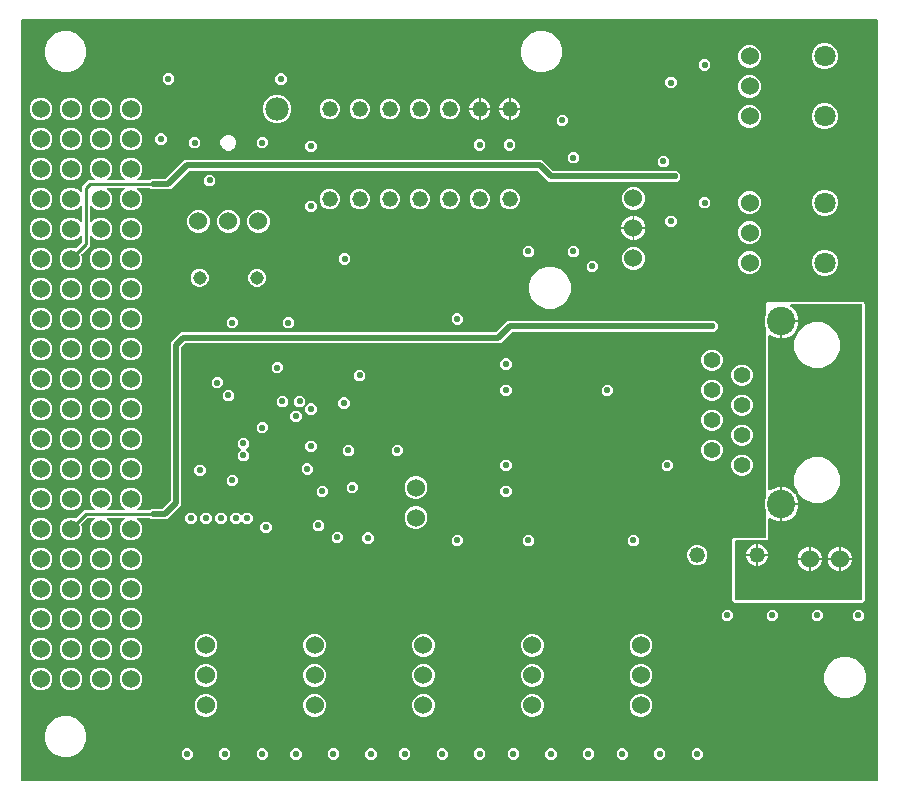
<source format=gbr>
G04 EAGLE Gerber RS-274X export*
G75*
%MOMM*%
%FSLAX34Y34*%
%LPD*%
%INCopper Layer 15*%
%IPPOS*%
%AMOC8*
5,1,8,0,0,1.08239X$1,22.5*%
G01*
G04 Define Apertures*
%ADD10C,1.320800*%
%ADD11C,1.524000*%
%ADD12C,1.981200*%
%ADD13C,2.400000*%
%ADD14C,1.408000*%
%ADD15C,1.138000*%
%ADD16C,1.800000*%
%ADD17C,0.554000*%
%ADD18C,0.254000*%
%ADD19C,0.500000*%
G36*
X726995Y2600D02*
X726698Y2540D01*
X3302Y2540D01*
X3027Y2591D01*
X2772Y2755D01*
X2600Y3005D01*
X2540Y3302D01*
X2540Y646698D01*
X2591Y646973D01*
X2755Y647228D01*
X3005Y647400D01*
X3302Y647460D01*
X726698Y647460D01*
X726973Y647409D01*
X727228Y647245D01*
X727400Y646995D01*
X727460Y646698D01*
X727460Y3302D01*
X727409Y3027D01*
X727245Y2772D01*
X726995Y2600D01*
G37*
%LPC*%
G36*
X439211Y602460D02*
X446189Y602460D01*
X452636Y605130D01*
X457570Y610064D01*
X460240Y616511D01*
X460240Y623489D01*
X457570Y629936D01*
X452636Y634870D01*
X446189Y637540D01*
X439211Y637540D01*
X432764Y634870D01*
X427830Y629936D01*
X425160Y623489D01*
X425160Y616511D01*
X427830Y610064D01*
X432764Y605130D01*
X439211Y602460D01*
G37*
G36*
X36511Y602460D02*
X43489Y602460D01*
X49936Y605130D01*
X54870Y610064D01*
X57540Y616511D01*
X57540Y623489D01*
X54870Y629936D01*
X49936Y634870D01*
X43489Y637540D01*
X36511Y637540D01*
X30064Y634870D01*
X25130Y629936D01*
X22460Y623489D01*
X22460Y616511D01*
X25130Y610064D01*
X30064Y605130D01*
X36511Y602460D01*
G37*
G36*
X680437Y604950D02*
X684813Y604950D01*
X688856Y606625D01*
X691950Y609719D01*
X693625Y613762D01*
X693625Y618138D01*
X691950Y622181D01*
X688856Y625275D01*
X684813Y626950D01*
X680437Y626950D01*
X676394Y625275D01*
X673300Y622181D01*
X671625Y618138D01*
X671625Y613762D01*
X673300Y609719D01*
X676394Y606625D01*
X680437Y604950D01*
G37*
G36*
X617211Y606330D02*
X621039Y606330D01*
X624574Y607795D01*
X627280Y610501D01*
X628745Y614036D01*
X628745Y617864D01*
X627280Y621399D01*
X624574Y624105D01*
X621039Y625570D01*
X617211Y625570D01*
X613676Y624105D01*
X610970Y621399D01*
X609505Y617864D01*
X609505Y614036D01*
X610970Y610501D01*
X613676Y607795D01*
X617211Y606330D01*
G37*
G36*
X579049Y603983D02*
X583001Y603983D01*
X585795Y606777D01*
X585795Y610729D01*
X583001Y613523D01*
X579049Y613523D01*
X576255Y610729D01*
X576255Y606777D01*
X579049Y603983D01*
G37*
G36*
X220274Y592130D02*
X224226Y592130D01*
X227020Y594924D01*
X227020Y598876D01*
X224226Y601670D01*
X220274Y601670D01*
X217480Y598876D01*
X217480Y594924D01*
X220274Y592130D01*
G37*
G36*
X125024Y592130D02*
X128976Y592130D01*
X131770Y594924D01*
X131770Y598876D01*
X128976Y601670D01*
X125024Y601670D01*
X122230Y598876D01*
X122230Y594924D01*
X125024Y592130D01*
G37*
G36*
X617211Y580930D02*
X621039Y580930D01*
X624574Y582395D01*
X627280Y585101D01*
X628745Y588636D01*
X628745Y592464D01*
X627280Y595999D01*
X624574Y598705D01*
X621039Y600170D01*
X617211Y600170D01*
X613676Y598705D01*
X610970Y595999D01*
X609505Y592464D01*
X609505Y588636D01*
X610970Y585101D01*
X613676Y582395D01*
X617211Y580930D01*
G37*
G36*
X550474Y588955D02*
X554426Y588955D01*
X557220Y591749D01*
X557220Y595701D01*
X554426Y598495D01*
X550474Y598495D01*
X547680Y595701D01*
X547680Y591749D01*
X550474Y588955D01*
G37*
G36*
X216707Y559594D02*
X221443Y559594D01*
X225819Y561407D01*
X229168Y564756D01*
X230981Y569132D01*
X230981Y573868D01*
X229168Y578244D01*
X225819Y581593D01*
X221443Y583406D01*
X216707Y583406D01*
X212331Y581593D01*
X208982Y578244D01*
X207169Y573868D01*
X207169Y569132D01*
X208982Y564756D01*
X212331Y561407D01*
X216707Y559594D01*
G37*
G36*
X93336Y561880D02*
X97164Y561880D01*
X100699Y563345D01*
X103405Y566051D01*
X104870Y569586D01*
X104870Y573414D01*
X103405Y576949D01*
X100699Y579655D01*
X97164Y581120D01*
X93336Y581120D01*
X89801Y579655D01*
X87095Y576949D01*
X85630Y573414D01*
X85630Y569586D01*
X87095Y566051D01*
X89801Y563345D01*
X93336Y561880D01*
G37*
G36*
X67936Y561880D02*
X71764Y561880D01*
X75299Y563345D01*
X78005Y566051D01*
X79470Y569586D01*
X79470Y573414D01*
X78005Y576949D01*
X75299Y579655D01*
X71764Y581120D01*
X67936Y581120D01*
X64401Y579655D01*
X61695Y576949D01*
X60230Y573414D01*
X60230Y569586D01*
X61695Y566051D01*
X64401Y563345D01*
X67936Y561880D01*
G37*
G36*
X42536Y561880D02*
X46364Y561880D01*
X49899Y563345D01*
X52605Y566051D01*
X54070Y569586D01*
X54070Y573414D01*
X52605Y576949D01*
X49899Y579655D01*
X46364Y581120D01*
X42536Y581120D01*
X39001Y579655D01*
X36295Y576949D01*
X34830Y573414D01*
X34830Y569586D01*
X36295Y566051D01*
X39001Y563345D01*
X42536Y561880D01*
G37*
G36*
X17136Y561880D02*
X20964Y561880D01*
X24499Y563345D01*
X27205Y566051D01*
X28670Y569586D01*
X28670Y573414D01*
X27205Y576949D01*
X24499Y579655D01*
X20964Y581120D01*
X17136Y581120D01*
X13601Y579655D01*
X10895Y576949D01*
X9430Y573414D01*
X9430Y569586D01*
X10895Y566051D01*
X13601Y563345D01*
X17136Y561880D01*
G37*
G36*
X406781Y572262D02*
X415163Y572262D01*
X415163Y580644D01*
X414106Y580644D01*
X410745Y579252D01*
X408173Y576680D01*
X406781Y573319D01*
X406781Y572262D01*
G37*
G36*
X381381Y572262D02*
X389763Y572262D01*
X389763Y580644D01*
X388706Y580644D01*
X385345Y579252D01*
X382773Y576680D01*
X381381Y573319D01*
X381381Y572262D01*
G37*
G36*
X391287Y572262D02*
X399669Y572262D01*
X399669Y573319D01*
X398277Y576680D01*
X395705Y579252D01*
X392344Y580644D01*
X391287Y580644D01*
X391287Y572262D01*
G37*
G36*
X416687Y572262D02*
X425069Y572262D01*
X425069Y573319D01*
X423677Y576680D01*
X421105Y579252D01*
X417744Y580644D01*
X416687Y580644D01*
X416687Y572262D01*
G37*
G36*
X363414Y562896D02*
X366836Y562896D01*
X369999Y564206D01*
X372419Y566626D01*
X373729Y569789D01*
X373729Y573211D01*
X372419Y576374D01*
X369999Y578794D01*
X366836Y580104D01*
X363414Y580104D01*
X360251Y578794D01*
X357831Y576374D01*
X356521Y573211D01*
X356521Y569789D01*
X357831Y566626D01*
X360251Y564206D01*
X363414Y562896D01*
G37*
G36*
X338014Y562896D02*
X341436Y562896D01*
X344599Y564206D01*
X347019Y566626D01*
X348329Y569789D01*
X348329Y573211D01*
X347019Y576374D01*
X344599Y578794D01*
X341436Y580104D01*
X338014Y580104D01*
X334851Y578794D01*
X332431Y576374D01*
X331121Y573211D01*
X331121Y569789D01*
X332431Y566626D01*
X334851Y564206D01*
X338014Y562896D01*
G37*
G36*
X312614Y562896D02*
X316036Y562896D01*
X319199Y564206D01*
X321619Y566626D01*
X322929Y569789D01*
X322929Y573211D01*
X321619Y576374D01*
X319199Y578794D01*
X316036Y580104D01*
X312614Y580104D01*
X309451Y578794D01*
X307031Y576374D01*
X305721Y573211D01*
X305721Y569789D01*
X307031Y566626D01*
X309451Y564206D01*
X312614Y562896D01*
G37*
G36*
X287214Y562896D02*
X290636Y562896D01*
X293799Y564206D01*
X296219Y566626D01*
X297529Y569789D01*
X297529Y573211D01*
X296219Y576374D01*
X293799Y578794D01*
X290636Y580104D01*
X287214Y580104D01*
X284051Y578794D01*
X281631Y576374D01*
X280321Y573211D01*
X280321Y569789D01*
X281631Y566626D01*
X284051Y564206D01*
X287214Y562896D01*
G37*
G36*
X261814Y562896D02*
X265236Y562896D01*
X268399Y564206D01*
X270819Y566626D01*
X272129Y569789D01*
X272129Y573211D01*
X270819Y576374D01*
X268399Y578794D01*
X265236Y580104D01*
X261814Y580104D01*
X258651Y578794D01*
X256231Y576374D01*
X254921Y573211D01*
X254921Y569789D01*
X256231Y566626D01*
X258651Y564206D01*
X261814Y562896D01*
G37*
G36*
X680437Y554150D02*
X684813Y554150D01*
X688856Y555825D01*
X691950Y558919D01*
X693625Y562962D01*
X693625Y567338D01*
X691950Y571381D01*
X688856Y574475D01*
X684813Y576150D01*
X680437Y576150D01*
X676394Y574475D01*
X673300Y571381D01*
X671625Y567338D01*
X671625Y562962D01*
X673300Y558919D01*
X676394Y555825D01*
X680437Y554150D01*
G37*
G36*
X617211Y555530D02*
X621039Y555530D01*
X624574Y556995D01*
X627280Y559701D01*
X628745Y563236D01*
X628745Y567064D01*
X627280Y570599D01*
X624574Y573305D01*
X621039Y574770D01*
X617211Y574770D01*
X613676Y573305D01*
X610970Y570599D01*
X609505Y567064D01*
X609505Y563236D01*
X610970Y559701D01*
X613676Y556995D01*
X617211Y555530D01*
G37*
G36*
X416687Y562356D02*
X417744Y562356D01*
X421105Y563748D01*
X423677Y566320D01*
X425069Y569681D01*
X425069Y570738D01*
X416687Y570738D01*
X416687Y562356D01*
G37*
G36*
X414106Y562356D02*
X415163Y562356D01*
X415163Y570738D01*
X406781Y570738D01*
X406781Y569681D01*
X408173Y566320D01*
X410745Y563748D01*
X414106Y562356D01*
G37*
G36*
X391287Y562356D02*
X392344Y562356D01*
X395705Y563748D01*
X398277Y566320D01*
X399669Y569681D01*
X399669Y570738D01*
X391287Y570738D01*
X391287Y562356D01*
G37*
G36*
X388706Y562356D02*
X389763Y562356D01*
X389763Y570738D01*
X381381Y570738D01*
X381381Y569681D01*
X382773Y566320D01*
X385345Y563748D01*
X388706Y562356D01*
G37*
G36*
X458399Y557205D02*
X462351Y557205D01*
X465145Y559999D01*
X465145Y563951D01*
X462351Y566745D01*
X458399Y566745D01*
X455605Y563951D01*
X455605Y559999D01*
X458399Y557205D01*
G37*
G36*
X42536Y536480D02*
X46364Y536480D01*
X49899Y537945D01*
X52605Y540651D01*
X54070Y544186D01*
X54070Y548014D01*
X52605Y551549D01*
X49899Y554255D01*
X46364Y555720D01*
X42536Y555720D01*
X39001Y554255D01*
X36295Y551549D01*
X34830Y548014D01*
X34830Y544186D01*
X36295Y540651D01*
X39001Y537945D01*
X42536Y536480D01*
G37*
G36*
X17136Y536480D02*
X20964Y536480D01*
X24499Y537945D01*
X27205Y540651D01*
X28670Y544186D01*
X28670Y548014D01*
X27205Y551549D01*
X24499Y554255D01*
X20964Y555720D01*
X17136Y555720D01*
X13601Y554255D01*
X10895Y551549D01*
X9430Y548014D01*
X9430Y544186D01*
X10895Y540651D01*
X13601Y537945D01*
X17136Y536480D01*
G37*
G36*
X93336Y536480D02*
X97164Y536480D01*
X100699Y537945D01*
X103405Y540651D01*
X104870Y544186D01*
X104870Y548014D01*
X103405Y551549D01*
X100699Y554255D01*
X97164Y555720D01*
X93336Y555720D01*
X89801Y554255D01*
X87095Y551549D01*
X85630Y548014D01*
X85630Y544186D01*
X87095Y540651D01*
X89801Y537945D01*
X93336Y536480D01*
G37*
G36*
X67936Y536480D02*
X71764Y536480D01*
X75299Y537945D01*
X78005Y540651D01*
X79470Y544186D01*
X79470Y548014D01*
X78005Y551549D01*
X75299Y554255D01*
X71764Y555720D01*
X67936Y555720D01*
X64401Y554255D01*
X61695Y551549D01*
X60230Y548014D01*
X60230Y544186D01*
X61695Y540651D01*
X64401Y537945D01*
X67936Y536480D01*
G37*
G36*
X118674Y541330D02*
X122626Y541330D01*
X125420Y544124D01*
X125420Y548076D01*
X122626Y550870D01*
X118674Y550870D01*
X115880Y548076D01*
X115880Y544124D01*
X118674Y541330D01*
G37*
G36*
X176449Y536135D02*
X179151Y536135D01*
X181646Y537169D01*
X183556Y539079D01*
X184590Y541574D01*
X184590Y544276D01*
X183556Y546771D01*
X181646Y548681D01*
X179151Y549715D01*
X176449Y549715D01*
X173954Y548681D01*
X172044Y546771D01*
X171010Y544276D01*
X171010Y541574D01*
X172044Y539079D01*
X173954Y537169D01*
X176449Y536135D01*
G37*
G36*
X204399Y538155D02*
X208351Y538155D01*
X211145Y540949D01*
X211145Y544901D01*
X208351Y547695D01*
X204399Y547695D01*
X201605Y544901D01*
X201605Y540949D01*
X204399Y538155D01*
G37*
G36*
X147249Y538155D02*
X151201Y538155D01*
X153995Y540949D01*
X153995Y544901D01*
X151201Y547695D01*
X147249Y547695D01*
X144455Y544901D01*
X144455Y540949D01*
X147249Y538155D01*
G37*
G36*
X413949Y536250D02*
X417901Y536250D01*
X420695Y539044D01*
X420695Y542996D01*
X417901Y545790D01*
X413949Y545790D01*
X411155Y542996D01*
X411155Y539044D01*
X413949Y536250D01*
G37*
G36*
X388549Y536250D02*
X392501Y536250D01*
X395295Y539044D01*
X395295Y542996D01*
X392501Y545790D01*
X388549Y545790D01*
X385755Y542996D01*
X385755Y539044D01*
X388549Y536250D01*
G37*
G36*
X245674Y534980D02*
X249626Y534980D01*
X252420Y537774D01*
X252420Y541726D01*
X249626Y544520D01*
X245674Y544520D01*
X242880Y541726D01*
X242880Y537774D01*
X245674Y534980D01*
G37*
G36*
X467924Y525455D02*
X471876Y525455D01*
X474670Y528249D01*
X474670Y532201D01*
X471876Y534995D01*
X467924Y534995D01*
X465130Y532201D01*
X465130Y528249D01*
X467924Y525455D01*
G37*
G36*
X544124Y522280D02*
X548076Y522280D01*
X550870Y525074D01*
X550870Y529026D01*
X548076Y531820D01*
X544124Y531820D01*
X541330Y529026D01*
X541330Y525074D01*
X544124Y522280D01*
G37*
G36*
X17136Y511080D02*
X20964Y511080D01*
X24499Y512545D01*
X27205Y515251D01*
X28670Y518786D01*
X28670Y522614D01*
X27205Y526149D01*
X24499Y528855D01*
X20964Y530320D01*
X17136Y530320D01*
X13601Y528855D01*
X10895Y526149D01*
X9430Y522614D01*
X9430Y518786D01*
X10895Y515251D01*
X13601Y512545D01*
X17136Y511080D01*
G37*
G36*
X42536Y511080D02*
X46364Y511080D01*
X49899Y512545D01*
X52605Y515251D01*
X54070Y518786D01*
X54070Y522614D01*
X52605Y526149D01*
X49899Y528855D01*
X46364Y530320D01*
X42536Y530320D01*
X39001Y528855D01*
X36295Y526149D01*
X34830Y522614D01*
X34830Y518786D01*
X36295Y515251D01*
X39001Y512545D01*
X42536Y511080D01*
G37*
G36*
X42536Y434880D02*
X46364Y434880D01*
X49899Y436345D01*
X52605Y439051D01*
X54070Y442586D01*
X54070Y446414D01*
X53362Y448122D01*
X53304Y448402D01*
X53360Y448700D01*
X53527Y448953D01*
X60420Y455846D01*
X60420Y463886D01*
X60467Y464149D01*
X60626Y464407D01*
X60874Y464582D01*
X61170Y464648D01*
X61468Y464592D01*
X61721Y464424D01*
X64401Y461745D01*
X67936Y460280D01*
X71764Y460280D01*
X75299Y461745D01*
X78005Y464451D01*
X79470Y467986D01*
X79470Y471814D01*
X78005Y475349D01*
X75299Y478055D01*
X71764Y479520D01*
X67936Y479520D01*
X64401Y478055D01*
X61721Y475376D01*
X61501Y475223D01*
X61206Y475153D01*
X60907Y475204D01*
X60652Y475367D01*
X60480Y475617D01*
X60420Y475914D01*
X60420Y489286D01*
X60467Y489549D01*
X60626Y489807D01*
X60874Y489982D01*
X61170Y490048D01*
X61468Y489992D01*
X61721Y489824D01*
X64401Y487145D01*
X67936Y485680D01*
X71764Y485680D01*
X75299Y487145D01*
X78005Y489851D01*
X79470Y493386D01*
X79470Y497214D01*
X78005Y500749D01*
X75326Y503429D01*
X75173Y503649D01*
X75103Y503944D01*
X75154Y504243D01*
X75317Y504498D01*
X75567Y504670D01*
X75864Y504730D01*
X89236Y504730D01*
X89499Y504683D01*
X89757Y504524D01*
X89932Y504276D01*
X89998Y503980D01*
X89942Y503682D01*
X89774Y503429D01*
X87095Y500749D01*
X85630Y497214D01*
X85630Y493386D01*
X87095Y489851D01*
X89801Y487145D01*
X93336Y485680D01*
X97164Y485680D01*
X100699Y487145D01*
X103405Y489851D01*
X104870Y493386D01*
X104870Y497214D01*
X103405Y500749D01*
X100726Y503429D01*
X100573Y503649D01*
X100503Y503944D01*
X100554Y504243D01*
X100717Y504498D01*
X100967Y504670D01*
X101264Y504730D01*
X110890Y504730D01*
X111176Y504674D01*
X111429Y504507D01*
X112436Y503500D01*
X128864Y503500D01*
X144516Y519152D01*
X144757Y519315D01*
X145055Y519375D01*
X439145Y519375D01*
X439431Y519319D01*
X439684Y519152D01*
X448986Y509850D01*
X553064Y509850D01*
X553350Y509794D01*
X553602Y509627D01*
X553649Y509580D01*
X557601Y509580D01*
X560395Y512374D01*
X560395Y516326D01*
X557601Y519120D01*
X553649Y519120D01*
X553602Y519073D01*
X553361Y518910D01*
X553064Y518850D01*
X453030Y518850D01*
X452744Y518906D01*
X452491Y519073D01*
X443189Y528375D01*
X141011Y528375D01*
X125359Y512723D01*
X125118Y512560D01*
X124820Y512500D01*
X112436Y512500D01*
X111429Y511493D01*
X111188Y511330D01*
X110890Y511270D01*
X101264Y511270D01*
X101001Y511317D01*
X100743Y511476D01*
X100568Y511724D01*
X100502Y512020D01*
X100558Y512318D01*
X100726Y512571D01*
X103405Y515251D01*
X104870Y518786D01*
X104870Y522614D01*
X103405Y526149D01*
X100699Y528855D01*
X97164Y530320D01*
X93336Y530320D01*
X89801Y528855D01*
X87095Y526149D01*
X85630Y522614D01*
X85630Y518786D01*
X87095Y515251D01*
X89774Y512571D01*
X89927Y512351D01*
X89997Y512056D01*
X89946Y511757D01*
X89783Y511502D01*
X89533Y511330D01*
X89236Y511270D01*
X75864Y511270D01*
X75601Y511317D01*
X75343Y511476D01*
X75168Y511724D01*
X75102Y512020D01*
X75158Y512318D01*
X75326Y512571D01*
X78005Y515251D01*
X79470Y518786D01*
X79470Y522614D01*
X78005Y526149D01*
X75299Y528855D01*
X71764Y530320D01*
X67936Y530320D01*
X64401Y528855D01*
X61695Y526149D01*
X60230Y522614D01*
X60230Y518786D01*
X61695Y515251D01*
X64374Y512571D01*
X64527Y512351D01*
X64597Y512056D01*
X64546Y511757D01*
X64383Y511502D01*
X64133Y511330D01*
X63836Y511270D01*
X58971Y511270D01*
X53880Y506179D01*
X53880Y501314D01*
X53833Y501051D01*
X53674Y500793D01*
X53426Y500618D01*
X53130Y500552D01*
X52832Y500608D01*
X52579Y500776D01*
X49899Y503455D01*
X46364Y504920D01*
X42536Y504920D01*
X39001Y503455D01*
X36295Y500749D01*
X34830Y497214D01*
X34830Y493386D01*
X36295Y489851D01*
X39001Y487145D01*
X42536Y485680D01*
X46364Y485680D01*
X49899Y487145D01*
X52579Y489824D01*
X52799Y489977D01*
X53094Y490047D01*
X53393Y489996D01*
X53648Y489833D01*
X53820Y489583D01*
X53880Y489286D01*
X53880Y475914D01*
X53833Y475651D01*
X53674Y475393D01*
X53426Y475218D01*
X53130Y475152D01*
X52832Y475208D01*
X52579Y475376D01*
X49899Y478055D01*
X46364Y479520D01*
X42536Y479520D01*
X39001Y478055D01*
X36295Y475349D01*
X34830Y471814D01*
X34830Y467986D01*
X36295Y464451D01*
X39001Y461745D01*
X42536Y460280D01*
X46364Y460280D01*
X49899Y461745D01*
X52579Y464424D01*
X52799Y464577D01*
X53094Y464647D01*
X53393Y464596D01*
X53648Y464433D01*
X53820Y464183D01*
X53880Y463886D01*
X53880Y458870D01*
X53824Y458584D01*
X53657Y458331D01*
X48903Y453577D01*
X48667Y453417D01*
X48370Y453354D01*
X48072Y453412D01*
X46364Y454120D01*
X42536Y454120D01*
X39001Y452655D01*
X36295Y449949D01*
X34830Y446414D01*
X34830Y442586D01*
X36295Y439051D01*
X39001Y436345D01*
X42536Y434880D01*
G37*
G36*
X159949Y506405D02*
X163901Y506405D01*
X166695Y509199D01*
X166695Y513151D01*
X163901Y515945D01*
X159949Y515945D01*
X157155Y513151D01*
X157155Y509199D01*
X159949Y506405D01*
G37*
G36*
X518786Y486276D02*
X522614Y486276D01*
X526149Y487740D01*
X528855Y490446D01*
X530320Y493982D01*
X530320Y497809D01*
X528855Y501345D01*
X526149Y504051D01*
X522614Y505516D01*
X518786Y505516D01*
X515251Y504051D01*
X512545Y501345D01*
X511080Y497809D01*
X511080Y493982D01*
X512545Y490446D01*
X515251Y487740D01*
X518786Y486276D01*
G37*
G36*
X17136Y485680D02*
X20964Y485680D01*
X24499Y487145D01*
X27205Y489851D01*
X28670Y493386D01*
X28670Y497214D01*
X27205Y500749D01*
X24499Y503455D01*
X20964Y504920D01*
X17136Y504920D01*
X13601Y503455D01*
X10895Y500749D01*
X9430Y497214D01*
X9430Y493386D01*
X10895Y489851D01*
X13601Y487145D01*
X17136Y485680D01*
G37*
G36*
X388814Y486696D02*
X392236Y486696D01*
X395399Y488006D01*
X397819Y490426D01*
X399129Y493589D01*
X399129Y497011D01*
X397819Y500174D01*
X395399Y502594D01*
X392236Y503904D01*
X388814Y503904D01*
X385651Y502594D01*
X383231Y500174D01*
X381921Y497011D01*
X381921Y493589D01*
X383231Y490426D01*
X385651Y488006D01*
X388814Y486696D01*
G37*
G36*
X261814Y486696D02*
X265236Y486696D01*
X268399Y488006D01*
X270819Y490426D01*
X272129Y493589D01*
X272129Y497011D01*
X270819Y500174D01*
X268399Y502594D01*
X265236Y503904D01*
X261814Y503904D01*
X258651Y502594D01*
X256231Y500174D01*
X254921Y497011D01*
X254921Y493589D01*
X256231Y490426D01*
X258651Y488006D01*
X261814Y486696D01*
G37*
G36*
X414214Y486696D02*
X417636Y486696D01*
X420799Y488006D01*
X423219Y490426D01*
X424529Y493589D01*
X424529Y497011D01*
X423219Y500174D01*
X420799Y502594D01*
X417636Y503904D01*
X414214Y503904D01*
X411051Y502594D01*
X408631Y500174D01*
X407321Y497011D01*
X407321Y493589D01*
X408631Y490426D01*
X411051Y488006D01*
X414214Y486696D01*
G37*
G36*
X363414Y486696D02*
X366836Y486696D01*
X369999Y488006D01*
X372419Y490426D01*
X373729Y493589D01*
X373729Y497011D01*
X372419Y500174D01*
X369999Y502594D01*
X366836Y503904D01*
X363414Y503904D01*
X360251Y502594D01*
X357831Y500174D01*
X356521Y497011D01*
X356521Y493589D01*
X357831Y490426D01*
X360251Y488006D01*
X363414Y486696D01*
G37*
G36*
X338014Y486696D02*
X341436Y486696D01*
X344599Y488006D01*
X347019Y490426D01*
X348329Y493589D01*
X348329Y497011D01*
X347019Y500174D01*
X344599Y502594D01*
X341436Y503904D01*
X338014Y503904D01*
X334851Y502594D01*
X332431Y500174D01*
X331121Y497011D01*
X331121Y493589D01*
X332431Y490426D01*
X334851Y488006D01*
X338014Y486696D01*
G37*
G36*
X312614Y486696D02*
X316036Y486696D01*
X319199Y488006D01*
X321619Y490426D01*
X322929Y493589D01*
X322929Y497011D01*
X321619Y500174D01*
X319199Y502594D01*
X316036Y503904D01*
X312614Y503904D01*
X309451Y502594D01*
X307031Y500174D01*
X305721Y497011D01*
X305721Y493589D01*
X307031Y490426D01*
X309451Y488006D01*
X312614Y486696D01*
G37*
G36*
X287214Y486696D02*
X290636Y486696D01*
X293799Y488006D01*
X296219Y490426D01*
X297529Y493589D01*
X297529Y497011D01*
X296219Y500174D01*
X293799Y502594D01*
X290636Y503904D01*
X287214Y503904D01*
X284051Y502594D01*
X281631Y500174D01*
X280321Y497011D01*
X280321Y493589D01*
X281631Y490426D01*
X284051Y488006D01*
X287214Y486696D01*
G37*
G36*
X680437Y481125D02*
X684813Y481125D01*
X688856Y482800D01*
X691950Y485894D01*
X693625Y489937D01*
X693625Y494313D01*
X691950Y498356D01*
X688856Y501450D01*
X684813Y503125D01*
X680437Y503125D01*
X676394Y501450D01*
X673300Y498356D01*
X671625Y494313D01*
X671625Y489937D01*
X673300Y485894D01*
X676394Y482800D01*
X680437Y481125D01*
G37*
G36*
X617211Y482505D02*
X621039Y482505D01*
X624574Y483970D01*
X627280Y486676D01*
X628745Y490211D01*
X628745Y494039D01*
X627280Y497574D01*
X624574Y500280D01*
X621039Y501745D01*
X617211Y501745D01*
X613676Y500280D01*
X610970Y497574D01*
X609505Y494039D01*
X609505Y490211D01*
X610970Y486676D01*
X613676Y483970D01*
X617211Y482505D01*
G37*
G36*
X579049Y487355D02*
X583001Y487355D01*
X585795Y490149D01*
X585795Y494101D01*
X583001Y496895D01*
X579049Y496895D01*
X576255Y494101D01*
X576255Y490149D01*
X579049Y487355D01*
G37*
G36*
X245674Y484180D02*
X249626Y484180D01*
X252420Y486974D01*
X252420Y490926D01*
X249626Y493720D01*
X245674Y493720D01*
X242880Y490926D01*
X242880Y486974D01*
X245674Y484180D01*
G37*
G36*
X201286Y466630D02*
X205114Y466630D01*
X208649Y468095D01*
X211355Y470801D01*
X212820Y474336D01*
X212820Y478164D01*
X211355Y481699D01*
X208649Y484405D01*
X205114Y485870D01*
X201286Y485870D01*
X197751Y484405D01*
X195045Y481699D01*
X193580Y478164D01*
X193580Y474336D01*
X195045Y470801D01*
X197751Y468095D01*
X201286Y466630D01*
G37*
G36*
X175886Y466630D02*
X179714Y466630D01*
X183249Y468095D01*
X185955Y470801D01*
X187420Y474336D01*
X187420Y478164D01*
X185955Y481699D01*
X183249Y484405D01*
X179714Y485870D01*
X175886Y485870D01*
X172351Y484405D01*
X169645Y481699D01*
X168180Y478164D01*
X168180Y474336D01*
X169645Y470801D01*
X172351Y468095D01*
X175886Y466630D01*
G37*
G36*
X150486Y466630D02*
X154314Y466630D01*
X157849Y468095D01*
X160555Y470801D01*
X162020Y474336D01*
X162020Y478164D01*
X160555Y481699D01*
X157849Y484405D01*
X154314Y485870D01*
X150486Y485870D01*
X146951Y484405D01*
X144245Y481699D01*
X142780Y478164D01*
X142780Y474336D01*
X144245Y470801D01*
X146951Y468095D01*
X150486Y466630D01*
G37*
G36*
X550474Y471480D02*
X554426Y471480D01*
X557220Y474274D01*
X557220Y478226D01*
X554426Y481020D01*
X550474Y481020D01*
X547680Y478226D01*
X547680Y474274D01*
X550474Y471480D01*
G37*
G36*
X510540Y471258D02*
X519938Y471258D01*
X519938Y480656D01*
X518679Y480656D01*
X514945Y479109D01*
X512087Y476251D01*
X510540Y472516D01*
X510540Y471258D01*
G37*
G36*
X521462Y471258D02*
X530860Y471258D01*
X530860Y472516D01*
X529313Y476251D01*
X526455Y479109D01*
X522721Y480656D01*
X521462Y480656D01*
X521462Y471258D01*
G37*
G36*
X93336Y460280D02*
X97164Y460280D01*
X100699Y461745D01*
X103405Y464451D01*
X104870Y467986D01*
X104870Y471814D01*
X103405Y475349D01*
X100699Y478055D01*
X97164Y479520D01*
X93336Y479520D01*
X89801Y478055D01*
X87095Y475349D01*
X85630Y471814D01*
X85630Y467986D01*
X87095Y464451D01*
X89801Y461745D01*
X93336Y460280D01*
G37*
G36*
X17136Y460280D02*
X20964Y460280D01*
X24499Y461745D01*
X27205Y464451D01*
X28670Y467986D01*
X28670Y471814D01*
X27205Y475349D01*
X24499Y478055D01*
X20964Y479520D01*
X17136Y479520D01*
X13601Y478055D01*
X10895Y475349D01*
X9430Y471814D01*
X9430Y467986D01*
X10895Y464451D01*
X13601Y461745D01*
X17136Y460280D01*
G37*
G36*
X617211Y457105D02*
X621039Y457105D01*
X624574Y458570D01*
X627280Y461276D01*
X628745Y464811D01*
X628745Y468639D01*
X627280Y472174D01*
X624574Y474880D01*
X621039Y476345D01*
X617211Y476345D01*
X613676Y474880D01*
X610970Y472174D01*
X609505Y468639D01*
X609505Y464811D01*
X610970Y461276D01*
X613676Y458570D01*
X617211Y457105D01*
G37*
G36*
X521462Y460336D02*
X522721Y460336D01*
X526455Y461882D01*
X529313Y464740D01*
X530860Y468475D01*
X530860Y469734D01*
X521462Y469734D01*
X521462Y460336D01*
G37*
G36*
X518679Y460336D02*
X519938Y460336D01*
X519938Y469734D01*
X510540Y469734D01*
X510540Y468475D01*
X512087Y464740D01*
X514945Y461882D01*
X518679Y460336D01*
G37*
G36*
X467924Y446080D02*
X471876Y446080D01*
X474670Y448874D01*
X474670Y452826D01*
X471876Y455620D01*
X467924Y455620D01*
X465130Y452826D01*
X465130Y448874D01*
X467924Y446080D01*
G37*
G36*
X429824Y446080D02*
X433776Y446080D01*
X436570Y448874D01*
X436570Y452826D01*
X433776Y455620D01*
X429824Y455620D01*
X427030Y452826D01*
X427030Y448874D01*
X429824Y446080D01*
G37*
G36*
X518786Y435476D02*
X522614Y435476D01*
X526149Y436940D01*
X528855Y439646D01*
X530320Y443182D01*
X530320Y447009D01*
X528855Y450545D01*
X526149Y453251D01*
X522614Y454716D01*
X518786Y454716D01*
X515251Y453251D01*
X512545Y450545D01*
X511080Y447009D01*
X511080Y443182D01*
X512545Y439646D01*
X515251Y436940D01*
X518786Y435476D01*
G37*
G36*
X93336Y434880D02*
X97164Y434880D01*
X100699Y436345D01*
X103405Y439051D01*
X104870Y442586D01*
X104870Y446414D01*
X103405Y449949D01*
X100699Y452655D01*
X97164Y454120D01*
X93336Y454120D01*
X89801Y452655D01*
X87095Y449949D01*
X85630Y446414D01*
X85630Y442586D01*
X87095Y439051D01*
X89801Y436345D01*
X93336Y434880D01*
G37*
G36*
X67936Y434880D02*
X71764Y434880D01*
X75299Y436345D01*
X78005Y439051D01*
X79470Y442586D01*
X79470Y446414D01*
X78005Y449949D01*
X75299Y452655D01*
X71764Y454120D01*
X67936Y454120D01*
X64401Y452655D01*
X61695Y449949D01*
X60230Y446414D01*
X60230Y442586D01*
X61695Y439051D01*
X64401Y436345D01*
X67936Y434880D01*
G37*
G36*
X17136Y434880D02*
X20964Y434880D01*
X24499Y436345D01*
X27205Y439051D01*
X28670Y442586D01*
X28670Y446414D01*
X27205Y449949D01*
X24499Y452655D01*
X20964Y454120D01*
X17136Y454120D01*
X13601Y452655D01*
X10895Y449949D01*
X9430Y446414D01*
X9430Y442586D01*
X10895Y439051D01*
X13601Y436345D01*
X17136Y434880D01*
G37*
G36*
X680437Y430325D02*
X684813Y430325D01*
X688856Y432000D01*
X691950Y435094D01*
X693625Y439137D01*
X693625Y443513D01*
X691950Y447556D01*
X688856Y450650D01*
X684813Y452325D01*
X680437Y452325D01*
X676394Y450650D01*
X673300Y447556D01*
X671625Y443513D01*
X671625Y439137D01*
X673300Y435094D01*
X676394Y432000D01*
X680437Y430325D01*
G37*
G36*
X617211Y431705D02*
X621039Y431705D01*
X624574Y433170D01*
X627280Y435876D01*
X628745Y439411D01*
X628745Y443239D01*
X627280Y446774D01*
X624574Y449480D01*
X621039Y450945D01*
X617211Y450945D01*
X613676Y449480D01*
X610970Y446774D01*
X609505Y443239D01*
X609505Y439411D01*
X610970Y435876D01*
X613676Y433170D01*
X617211Y431705D01*
G37*
G36*
X274249Y439730D02*
X278201Y439730D01*
X280995Y442524D01*
X280995Y446476D01*
X278201Y449270D01*
X274249Y449270D01*
X271455Y446476D01*
X271455Y442524D01*
X274249Y439730D01*
G37*
G36*
X483799Y433380D02*
X487751Y433380D01*
X490545Y436174D01*
X490545Y440126D01*
X487751Y442920D01*
X483799Y442920D01*
X481005Y440126D01*
X481005Y436174D01*
X483799Y433380D01*
G37*
G36*
X446511Y402460D02*
X453489Y402460D01*
X459936Y405130D01*
X464870Y410064D01*
X467540Y416511D01*
X467540Y423489D01*
X464870Y429936D01*
X459936Y434870D01*
X453489Y437540D01*
X446511Y437540D01*
X440064Y434870D01*
X435130Y429936D01*
X432460Y423489D01*
X432460Y416511D01*
X435130Y410064D01*
X440064Y405130D01*
X446511Y402460D01*
G37*
G36*
X200670Y420935D02*
X203730Y420935D01*
X206556Y422106D01*
X208719Y424269D01*
X209890Y427095D01*
X209890Y430155D01*
X208719Y432981D01*
X206556Y435144D01*
X203730Y436315D01*
X200670Y436315D01*
X197844Y435144D01*
X195681Y432981D01*
X194510Y430155D01*
X194510Y427095D01*
X195681Y424269D01*
X197844Y422106D01*
X200670Y420935D01*
G37*
G36*
X151870Y420935D02*
X154930Y420935D01*
X157756Y422106D01*
X159919Y424269D01*
X161090Y427095D01*
X161090Y430155D01*
X159919Y432981D01*
X157756Y435144D01*
X154930Y436315D01*
X151870Y436315D01*
X149044Y435144D01*
X146881Y432981D01*
X145710Y430155D01*
X145710Y427095D01*
X146881Y424269D01*
X149044Y422106D01*
X151870Y420935D01*
G37*
G36*
X93336Y409480D02*
X97164Y409480D01*
X100699Y410945D01*
X103405Y413651D01*
X104870Y417186D01*
X104870Y421014D01*
X103405Y424549D01*
X100699Y427255D01*
X97164Y428720D01*
X93336Y428720D01*
X89801Y427255D01*
X87095Y424549D01*
X85630Y421014D01*
X85630Y417186D01*
X87095Y413651D01*
X89801Y410945D01*
X93336Y409480D01*
G37*
G36*
X67936Y409480D02*
X71764Y409480D01*
X75299Y410945D01*
X78005Y413651D01*
X79470Y417186D01*
X79470Y421014D01*
X78005Y424549D01*
X75299Y427255D01*
X71764Y428720D01*
X67936Y428720D01*
X64401Y427255D01*
X61695Y424549D01*
X60230Y421014D01*
X60230Y417186D01*
X61695Y413651D01*
X64401Y410945D01*
X67936Y409480D01*
G37*
G36*
X42536Y409480D02*
X46364Y409480D01*
X49899Y410945D01*
X52605Y413651D01*
X54070Y417186D01*
X54070Y421014D01*
X52605Y424549D01*
X49899Y427255D01*
X46364Y428720D01*
X42536Y428720D01*
X39001Y427255D01*
X36295Y424549D01*
X34830Y421014D01*
X34830Y417186D01*
X36295Y413651D01*
X39001Y410945D01*
X42536Y409480D01*
G37*
G36*
X17136Y409480D02*
X20964Y409480D01*
X24499Y410945D01*
X27205Y413651D01*
X28670Y417186D01*
X28670Y421014D01*
X27205Y424549D01*
X24499Y427255D01*
X20964Y428720D01*
X17136Y428720D01*
X13601Y427255D01*
X10895Y424549D01*
X9430Y421014D01*
X9430Y417186D01*
X10895Y413651D01*
X13601Y410945D01*
X17136Y409480D01*
G37*
G36*
X606465Y153575D02*
X714342Y153575D01*
X714714Y153607D01*
X715042Y153692D01*
X715351Y153833D01*
X715632Y154023D01*
X715877Y154259D01*
X716078Y154532D01*
X716230Y154836D01*
X716327Y155154D01*
X716375Y155615D01*
X716375Y406367D01*
X716343Y406739D01*
X716258Y407067D01*
X716117Y407376D01*
X715927Y407657D01*
X715691Y407902D01*
X715418Y408103D01*
X715114Y408255D01*
X714796Y408352D01*
X714335Y408400D01*
X635033Y408400D01*
X634662Y408368D01*
X634333Y408283D01*
X634024Y408142D01*
X633743Y407952D01*
X633498Y407716D01*
X633297Y407443D01*
X633145Y407139D01*
X633048Y406821D01*
X633000Y406360D01*
X633000Y397669D01*
X632942Y397377D01*
X631775Y394560D01*
X631775Y388990D01*
X632942Y386173D01*
X633000Y385881D01*
X633000Y242769D01*
X632942Y242477D01*
X631775Y239660D01*
X631775Y234090D01*
X632942Y231273D01*
X633000Y230981D01*
X633000Y209137D01*
X632949Y208862D01*
X632785Y208607D01*
X632535Y208435D01*
X632238Y208375D01*
X606458Y208375D01*
X606087Y208343D01*
X605758Y208258D01*
X605449Y208117D01*
X605168Y207927D01*
X604923Y207691D01*
X604722Y207418D01*
X604570Y207114D01*
X604473Y206796D01*
X604425Y206335D01*
X604425Y155608D01*
X604457Y155237D01*
X604542Y154908D01*
X604683Y154599D01*
X604873Y154318D01*
X605109Y154073D01*
X605382Y153872D01*
X605686Y153720D01*
X606004Y153623D01*
X606465Y153575D01*
G37*
G36*
X93336Y384080D02*
X97164Y384080D01*
X100699Y385545D01*
X103405Y388251D01*
X104870Y391786D01*
X104870Y395614D01*
X103405Y399149D01*
X100699Y401855D01*
X97164Y403320D01*
X93336Y403320D01*
X89801Y401855D01*
X87095Y399149D01*
X85630Y395614D01*
X85630Y391786D01*
X87095Y388251D01*
X89801Y385545D01*
X93336Y384080D01*
G37*
G36*
X67936Y384080D02*
X71764Y384080D01*
X75299Y385545D01*
X78005Y388251D01*
X79470Y391786D01*
X79470Y395614D01*
X78005Y399149D01*
X75299Y401855D01*
X71764Y403320D01*
X67936Y403320D01*
X64401Y401855D01*
X61695Y399149D01*
X60230Y395614D01*
X60230Y391786D01*
X61695Y388251D01*
X64401Y385545D01*
X67936Y384080D01*
G37*
G36*
X42536Y384080D02*
X46364Y384080D01*
X49899Y385545D01*
X52605Y388251D01*
X54070Y391786D01*
X54070Y395614D01*
X52605Y399149D01*
X49899Y401855D01*
X46364Y403320D01*
X42536Y403320D01*
X39001Y401855D01*
X36295Y399149D01*
X34830Y395614D01*
X34830Y391786D01*
X36295Y388251D01*
X39001Y385545D01*
X42536Y384080D01*
G37*
G36*
X17136Y384080D02*
X20964Y384080D01*
X24499Y385545D01*
X27205Y388251D01*
X28670Y391786D01*
X28670Y395614D01*
X27205Y399149D01*
X24499Y401855D01*
X20964Y403320D01*
X17136Y403320D01*
X13601Y401855D01*
X10895Y399149D01*
X9430Y395614D01*
X9430Y391786D01*
X10895Y388251D01*
X13601Y385545D01*
X17136Y384080D01*
G37*
G36*
X369499Y388930D02*
X373451Y388930D01*
X376245Y391724D01*
X376245Y395676D01*
X373451Y398470D01*
X369499Y398470D01*
X366705Y395676D01*
X366705Y391724D01*
X369499Y388930D01*
G37*
G36*
X178999Y385755D02*
X182951Y385755D01*
X185745Y388549D01*
X185745Y392501D01*
X182951Y395295D01*
X178999Y395295D01*
X176205Y392501D01*
X176205Y388549D01*
X178999Y385755D01*
G37*
G36*
X226624Y385755D02*
X230576Y385755D01*
X233370Y388549D01*
X233370Y392501D01*
X230576Y395295D01*
X226624Y395295D01*
X223830Y392501D01*
X223830Y388549D01*
X226624Y385755D01*
G37*
G36*
X42536Y206280D02*
X46364Y206280D01*
X49899Y207745D01*
X52605Y210451D01*
X54070Y213986D01*
X54070Y217814D01*
X53362Y219522D01*
X53304Y219802D01*
X53360Y220100D01*
X53527Y220353D01*
X58281Y225107D01*
X58523Y225270D01*
X58820Y225330D01*
X63836Y225330D01*
X64099Y225283D01*
X64357Y225124D01*
X64532Y224876D01*
X64598Y224580D01*
X64542Y224282D01*
X64374Y224029D01*
X61695Y221349D01*
X60230Y217814D01*
X60230Y213986D01*
X61695Y210451D01*
X64401Y207745D01*
X67936Y206280D01*
X71764Y206280D01*
X75299Y207745D01*
X78005Y210451D01*
X79470Y213986D01*
X79470Y217814D01*
X78005Y221349D01*
X75326Y224029D01*
X75173Y224249D01*
X75103Y224544D01*
X75154Y224843D01*
X75317Y225098D01*
X75567Y225270D01*
X75864Y225330D01*
X89236Y225330D01*
X89499Y225283D01*
X89757Y225124D01*
X89932Y224876D01*
X89998Y224580D01*
X89942Y224282D01*
X89774Y224029D01*
X87095Y221349D01*
X85630Y217814D01*
X85630Y213986D01*
X87095Y210451D01*
X89801Y207745D01*
X93336Y206280D01*
X97164Y206280D01*
X100699Y207745D01*
X103405Y210451D01*
X104870Y213986D01*
X104870Y217814D01*
X103405Y221349D01*
X100726Y224029D01*
X100573Y224249D01*
X100503Y224544D01*
X100554Y224843D01*
X100717Y225098D01*
X100967Y225270D01*
X101264Y225330D01*
X110890Y225330D01*
X111176Y225274D01*
X111429Y225107D01*
X112436Y224100D01*
X125689Y224100D01*
X137850Y236261D01*
X137850Y369295D01*
X137906Y369581D01*
X138073Y369834D01*
X141341Y373102D01*
X141582Y373265D01*
X141880Y373325D01*
X408264Y373325D01*
X417566Y382627D01*
X417807Y382790D01*
X418105Y382850D01*
X584814Y382850D01*
X585100Y382794D01*
X585352Y382627D01*
X585399Y382580D01*
X589351Y382580D01*
X592145Y385374D01*
X592145Y389326D01*
X589351Y392120D01*
X585399Y392120D01*
X585352Y392073D01*
X585111Y391910D01*
X584814Y391850D01*
X414061Y391850D01*
X404759Y382548D01*
X404518Y382385D01*
X404220Y382325D01*
X137836Y382325D01*
X128850Y373339D01*
X128850Y240305D01*
X128794Y240019D01*
X128627Y239766D01*
X122184Y233323D01*
X121943Y233160D01*
X121645Y233100D01*
X112436Y233100D01*
X111429Y232093D01*
X111188Y231930D01*
X110890Y231870D01*
X101264Y231870D01*
X101001Y231917D01*
X100743Y232076D01*
X100568Y232324D01*
X100502Y232620D01*
X100558Y232918D01*
X100726Y233171D01*
X103405Y235851D01*
X104870Y239386D01*
X104870Y243214D01*
X103405Y246749D01*
X100699Y249455D01*
X97164Y250920D01*
X93336Y250920D01*
X89801Y249455D01*
X87095Y246749D01*
X85630Y243214D01*
X85630Y239386D01*
X87095Y235851D01*
X89774Y233171D01*
X89927Y232951D01*
X89997Y232656D01*
X89946Y232357D01*
X89783Y232102D01*
X89533Y231930D01*
X89236Y231870D01*
X75864Y231870D01*
X75601Y231917D01*
X75343Y232076D01*
X75168Y232324D01*
X75102Y232620D01*
X75158Y232918D01*
X75326Y233171D01*
X78005Y235851D01*
X79470Y239386D01*
X79470Y243214D01*
X78005Y246749D01*
X75299Y249455D01*
X71764Y250920D01*
X67936Y250920D01*
X64401Y249455D01*
X61695Y246749D01*
X60230Y243214D01*
X60230Y239386D01*
X61695Y235851D01*
X64374Y233171D01*
X64527Y232951D01*
X64597Y232656D01*
X64546Y232357D01*
X64383Y232102D01*
X64133Y231930D01*
X63836Y231870D01*
X55796Y231870D01*
X48903Y224977D01*
X48667Y224817D01*
X48370Y224754D01*
X48072Y224812D01*
X46364Y225520D01*
X42536Y225520D01*
X39001Y224055D01*
X36295Y221349D01*
X34830Y217814D01*
X34830Y213986D01*
X36295Y210451D01*
X39001Y207745D01*
X42536Y206280D01*
G37*
G36*
X93336Y358680D02*
X97164Y358680D01*
X100699Y360145D01*
X103405Y362851D01*
X104870Y366386D01*
X104870Y370214D01*
X103405Y373749D01*
X100699Y376455D01*
X97164Y377920D01*
X93336Y377920D01*
X89801Y376455D01*
X87095Y373749D01*
X85630Y370214D01*
X85630Y366386D01*
X87095Y362851D01*
X89801Y360145D01*
X93336Y358680D01*
G37*
G36*
X67936Y358680D02*
X71764Y358680D01*
X75299Y360145D01*
X78005Y362851D01*
X79470Y366386D01*
X79470Y370214D01*
X78005Y373749D01*
X75299Y376455D01*
X71764Y377920D01*
X67936Y377920D01*
X64401Y376455D01*
X61695Y373749D01*
X60230Y370214D01*
X60230Y366386D01*
X61695Y362851D01*
X64401Y360145D01*
X67936Y358680D01*
G37*
G36*
X42536Y358680D02*
X46364Y358680D01*
X49899Y360145D01*
X52605Y362851D01*
X54070Y366386D01*
X54070Y370214D01*
X52605Y373749D01*
X49899Y376455D01*
X46364Y377920D01*
X42536Y377920D01*
X39001Y376455D01*
X36295Y373749D01*
X34830Y370214D01*
X34830Y366386D01*
X36295Y362851D01*
X39001Y360145D01*
X42536Y358680D01*
G37*
G36*
X17136Y358680D02*
X20964Y358680D01*
X24499Y360145D01*
X27205Y362851D01*
X28670Y366386D01*
X28670Y370214D01*
X27205Y373749D01*
X24499Y376455D01*
X20964Y377920D01*
X17136Y377920D01*
X13601Y376455D01*
X10895Y373749D01*
X9430Y370214D01*
X9430Y366386D01*
X10895Y362851D01*
X13601Y360145D01*
X17136Y358680D01*
G37*
G36*
X585577Y349735D02*
X589173Y349735D01*
X592496Y351111D01*
X595039Y353654D01*
X596415Y356977D01*
X596415Y360573D01*
X595039Y363896D01*
X592496Y366439D01*
X589173Y367815D01*
X585577Y367815D01*
X582254Y366439D01*
X579711Y363896D01*
X578335Y360573D01*
X578335Y356977D01*
X579711Y353654D01*
X582254Y351111D01*
X585577Y349735D01*
G37*
G36*
X410774Y350830D02*
X414726Y350830D01*
X417520Y353624D01*
X417520Y357576D01*
X414726Y360370D01*
X410774Y360370D01*
X407980Y357576D01*
X407980Y353624D01*
X410774Y350830D01*
G37*
G36*
X217099Y347655D02*
X221051Y347655D01*
X223845Y350449D01*
X223845Y354401D01*
X221051Y357195D01*
X217099Y357195D01*
X214305Y354401D01*
X214305Y350449D01*
X217099Y347655D01*
G37*
G36*
X610977Y337035D02*
X614573Y337035D01*
X617896Y338411D01*
X620439Y340954D01*
X621815Y344277D01*
X621815Y347873D01*
X620439Y351196D01*
X617896Y353739D01*
X614573Y355115D01*
X610977Y355115D01*
X607654Y353739D01*
X605111Y351196D01*
X603735Y347873D01*
X603735Y344277D01*
X605111Y340954D01*
X607654Y338411D01*
X610977Y337035D01*
G37*
G36*
X17136Y333280D02*
X20964Y333280D01*
X24499Y334745D01*
X27205Y337451D01*
X28670Y340986D01*
X28670Y344814D01*
X27205Y348349D01*
X24499Y351055D01*
X20964Y352520D01*
X17136Y352520D01*
X13601Y351055D01*
X10895Y348349D01*
X9430Y344814D01*
X9430Y340986D01*
X10895Y337451D01*
X13601Y334745D01*
X17136Y333280D01*
G37*
G36*
X93336Y333280D02*
X97164Y333280D01*
X100699Y334745D01*
X103405Y337451D01*
X104870Y340986D01*
X104870Y344814D01*
X103405Y348349D01*
X100699Y351055D01*
X97164Y352520D01*
X93336Y352520D01*
X89801Y351055D01*
X87095Y348349D01*
X85630Y344814D01*
X85630Y340986D01*
X87095Y337451D01*
X89801Y334745D01*
X93336Y333280D01*
G37*
G36*
X67936Y333280D02*
X71764Y333280D01*
X75299Y334745D01*
X78005Y337451D01*
X79470Y340986D01*
X79470Y344814D01*
X78005Y348349D01*
X75299Y351055D01*
X71764Y352520D01*
X67936Y352520D01*
X64401Y351055D01*
X61695Y348349D01*
X60230Y344814D01*
X60230Y340986D01*
X61695Y337451D01*
X64401Y334745D01*
X67936Y333280D01*
G37*
G36*
X42536Y333280D02*
X46364Y333280D01*
X49899Y334745D01*
X52605Y337451D01*
X54070Y340986D01*
X54070Y344814D01*
X52605Y348349D01*
X49899Y351055D01*
X46364Y352520D01*
X42536Y352520D01*
X39001Y351055D01*
X36295Y348349D01*
X34830Y344814D01*
X34830Y340986D01*
X36295Y337451D01*
X39001Y334745D01*
X42536Y333280D01*
G37*
G36*
X286949Y341305D02*
X290901Y341305D01*
X293695Y344099D01*
X293695Y348051D01*
X290901Y350845D01*
X286949Y350845D01*
X284155Y348051D01*
X284155Y344099D01*
X286949Y341305D01*
G37*
G36*
X166299Y334955D02*
X170251Y334955D01*
X173045Y337749D01*
X173045Y341701D01*
X170251Y344495D01*
X166299Y344495D01*
X163505Y341701D01*
X163505Y337749D01*
X166299Y334955D01*
G37*
G36*
X585577Y324335D02*
X589173Y324335D01*
X592496Y325711D01*
X595039Y328254D01*
X596415Y331577D01*
X596415Y335173D01*
X595039Y338496D01*
X592496Y341039D01*
X589173Y342415D01*
X585577Y342415D01*
X582254Y341039D01*
X579711Y338496D01*
X578335Y335173D01*
X578335Y331577D01*
X579711Y328254D01*
X582254Y325711D01*
X585577Y324335D01*
G37*
G36*
X496499Y328605D02*
X500451Y328605D01*
X503245Y331399D01*
X503245Y335351D01*
X500451Y338145D01*
X496499Y338145D01*
X493705Y335351D01*
X493705Y331399D01*
X496499Y328605D01*
G37*
G36*
X410774Y328605D02*
X414726Y328605D01*
X417520Y331399D01*
X417520Y335351D01*
X414726Y338145D01*
X410774Y338145D01*
X407980Y335351D01*
X407980Y331399D01*
X410774Y328605D01*
G37*
G36*
X175824Y324160D02*
X179776Y324160D01*
X182570Y326954D01*
X182570Y330906D01*
X179776Y333700D01*
X175824Y333700D01*
X173030Y330906D01*
X173030Y326954D01*
X175824Y324160D01*
G37*
G36*
X610977Y311635D02*
X614573Y311635D01*
X617896Y313011D01*
X620439Y315554D01*
X621815Y318877D01*
X621815Y322473D01*
X620439Y325796D01*
X617896Y328339D01*
X614573Y329715D01*
X610977Y329715D01*
X607654Y328339D01*
X605111Y325796D01*
X603735Y322473D01*
X603735Y318877D01*
X605111Y315554D01*
X607654Y313011D01*
X610977Y311635D01*
G37*
G36*
X221544Y319080D02*
X225496Y319080D01*
X228290Y321874D01*
X228290Y325826D01*
X225496Y328620D01*
X221544Y328620D01*
X218750Y325826D01*
X218750Y321874D01*
X221544Y319080D01*
G37*
G36*
X236149Y319080D02*
X240101Y319080D01*
X242895Y321874D01*
X242895Y325826D01*
X240101Y328620D01*
X236149Y328620D01*
X233355Y325826D01*
X233355Y321874D01*
X236149Y319080D01*
G37*
G36*
X273614Y317810D02*
X277566Y317810D01*
X280360Y320604D01*
X280360Y324556D01*
X277566Y327350D01*
X273614Y327350D01*
X270820Y324556D01*
X270820Y320604D01*
X273614Y317810D01*
G37*
G36*
X42536Y307880D02*
X46364Y307880D01*
X49899Y309345D01*
X52605Y312051D01*
X54070Y315586D01*
X54070Y319414D01*
X52605Y322949D01*
X49899Y325655D01*
X46364Y327120D01*
X42536Y327120D01*
X39001Y325655D01*
X36295Y322949D01*
X34830Y319414D01*
X34830Y315586D01*
X36295Y312051D01*
X39001Y309345D01*
X42536Y307880D01*
G37*
G36*
X93336Y307880D02*
X97164Y307880D01*
X100699Y309345D01*
X103405Y312051D01*
X104870Y315586D01*
X104870Y319414D01*
X103405Y322949D01*
X100699Y325655D01*
X97164Y327120D01*
X93336Y327120D01*
X89801Y325655D01*
X87095Y322949D01*
X85630Y319414D01*
X85630Y315586D01*
X87095Y312051D01*
X89801Y309345D01*
X93336Y307880D01*
G37*
G36*
X67936Y307880D02*
X71764Y307880D01*
X75299Y309345D01*
X78005Y312051D01*
X79470Y315586D01*
X79470Y319414D01*
X78005Y322949D01*
X75299Y325655D01*
X71764Y327120D01*
X67936Y327120D01*
X64401Y325655D01*
X61695Y322949D01*
X60230Y319414D01*
X60230Y315586D01*
X61695Y312051D01*
X64401Y309345D01*
X67936Y307880D01*
G37*
G36*
X17136Y307880D02*
X20964Y307880D01*
X24499Y309345D01*
X27205Y312051D01*
X28670Y315586D01*
X28670Y319414D01*
X27205Y322949D01*
X24499Y325655D01*
X20964Y327120D01*
X17136Y327120D01*
X13601Y325655D01*
X10895Y322949D01*
X9430Y319414D01*
X9430Y315586D01*
X10895Y312051D01*
X13601Y309345D01*
X17136Y307880D01*
G37*
G36*
X245674Y312730D02*
X249626Y312730D01*
X252420Y315524D01*
X252420Y319476D01*
X249626Y322270D01*
X245674Y322270D01*
X242880Y319476D01*
X242880Y315524D01*
X245674Y312730D01*
G37*
G36*
X585577Y298935D02*
X589173Y298935D01*
X592496Y300311D01*
X595039Y302854D01*
X596415Y306177D01*
X596415Y309773D01*
X595039Y313096D01*
X592496Y315639D01*
X589173Y317015D01*
X585577Y317015D01*
X582254Y315639D01*
X579711Y313096D01*
X578335Y309773D01*
X578335Y306177D01*
X579711Y302854D01*
X582254Y300311D01*
X585577Y298935D01*
G37*
G36*
X232974Y306380D02*
X236926Y306380D01*
X239720Y309174D01*
X239720Y313126D01*
X236926Y315920D01*
X232974Y315920D01*
X230180Y313126D01*
X230180Y309174D01*
X232974Y306380D01*
G37*
G36*
X204399Y296855D02*
X208351Y296855D01*
X211145Y299649D01*
X211145Y303601D01*
X208351Y306395D01*
X204399Y306395D01*
X201605Y303601D01*
X201605Y299649D01*
X204399Y296855D01*
G37*
G36*
X610977Y286235D02*
X614573Y286235D01*
X617896Y287611D01*
X620439Y290154D01*
X621815Y293477D01*
X621815Y297073D01*
X620439Y300396D01*
X617896Y302939D01*
X614573Y304315D01*
X610977Y304315D01*
X607654Y302939D01*
X605111Y300396D01*
X603735Y297073D01*
X603735Y293477D01*
X605111Y290154D01*
X607654Y287611D01*
X610977Y286235D01*
G37*
G36*
X42536Y282480D02*
X46364Y282480D01*
X49899Y283945D01*
X52605Y286651D01*
X54070Y290186D01*
X54070Y294014D01*
X52605Y297549D01*
X49899Y300255D01*
X46364Y301720D01*
X42536Y301720D01*
X39001Y300255D01*
X36295Y297549D01*
X34830Y294014D01*
X34830Y290186D01*
X36295Y286651D01*
X39001Y283945D01*
X42536Y282480D01*
G37*
G36*
X17136Y282480D02*
X20964Y282480D01*
X24499Y283945D01*
X27205Y286651D01*
X28670Y290186D01*
X28670Y294014D01*
X27205Y297549D01*
X24499Y300255D01*
X20964Y301720D01*
X17136Y301720D01*
X13601Y300255D01*
X10895Y297549D01*
X9430Y294014D01*
X9430Y290186D01*
X10895Y286651D01*
X13601Y283945D01*
X17136Y282480D01*
G37*
G36*
X93336Y282480D02*
X97164Y282480D01*
X100699Y283945D01*
X103405Y286651D01*
X104870Y290186D01*
X104870Y294014D01*
X103405Y297549D01*
X100699Y300255D01*
X97164Y301720D01*
X93336Y301720D01*
X89801Y300255D01*
X87095Y297549D01*
X85630Y294014D01*
X85630Y290186D01*
X87095Y286651D01*
X89801Y283945D01*
X93336Y282480D01*
G37*
G36*
X67936Y282480D02*
X71764Y282480D01*
X75299Y283945D01*
X78005Y286651D01*
X79470Y290186D01*
X79470Y294014D01*
X78005Y297549D01*
X75299Y300255D01*
X71764Y301720D01*
X67936Y301720D01*
X64401Y300255D01*
X61695Y297549D01*
X60230Y294014D01*
X60230Y290186D01*
X61695Y286651D01*
X64401Y283945D01*
X67936Y282480D01*
G37*
G36*
X188524Y273360D02*
X192476Y273360D01*
X195270Y276154D01*
X195270Y280106D01*
X192705Y282671D01*
X192547Y282902D01*
X192482Y283198D01*
X192537Y283496D01*
X192705Y283749D01*
X195270Y286314D01*
X195270Y290266D01*
X192476Y293060D01*
X188524Y293060D01*
X185730Y290266D01*
X185730Y286314D01*
X188295Y283749D01*
X188453Y283518D01*
X188518Y283222D01*
X188463Y282924D01*
X188295Y282671D01*
X185730Y280106D01*
X185730Y276154D01*
X188524Y273360D01*
G37*
G36*
X585577Y273535D02*
X589173Y273535D01*
X592496Y274911D01*
X595039Y277454D01*
X596415Y280777D01*
X596415Y284373D01*
X595039Y287696D01*
X592496Y290239D01*
X589173Y291615D01*
X585577Y291615D01*
X582254Y290239D01*
X579711Y287696D01*
X578335Y284373D01*
X578335Y280777D01*
X579711Y277454D01*
X582254Y274911D01*
X585577Y273535D01*
G37*
G36*
X245674Y280980D02*
X249626Y280980D01*
X252420Y283774D01*
X252420Y287726D01*
X249626Y290520D01*
X245674Y290520D01*
X242880Y287726D01*
X242880Y283774D01*
X245674Y280980D01*
G37*
G36*
X277424Y277805D02*
X281376Y277805D01*
X284170Y280599D01*
X284170Y284551D01*
X281376Y287345D01*
X277424Y287345D01*
X274630Y284551D01*
X274630Y280599D01*
X277424Y277805D01*
G37*
G36*
X318699Y277805D02*
X322651Y277805D01*
X325445Y280599D01*
X325445Y284551D01*
X322651Y287345D01*
X318699Y287345D01*
X315905Y284551D01*
X315905Y280599D01*
X318699Y277805D01*
G37*
G36*
X610977Y260835D02*
X614573Y260835D01*
X617896Y262211D01*
X620439Y264754D01*
X621815Y268077D01*
X621815Y271673D01*
X620439Y274996D01*
X617896Y277539D01*
X614573Y278915D01*
X610977Y278915D01*
X607654Y277539D01*
X605111Y274996D01*
X603735Y271673D01*
X603735Y268077D01*
X605111Y264754D01*
X607654Y262211D01*
X610977Y260835D01*
G37*
G36*
X67936Y257080D02*
X71764Y257080D01*
X75299Y258545D01*
X78005Y261251D01*
X79470Y264786D01*
X79470Y268614D01*
X78005Y272149D01*
X75299Y274855D01*
X71764Y276320D01*
X67936Y276320D01*
X64401Y274855D01*
X61695Y272149D01*
X60230Y268614D01*
X60230Y264786D01*
X61695Y261251D01*
X64401Y258545D01*
X67936Y257080D01*
G37*
G36*
X93336Y257080D02*
X97164Y257080D01*
X100699Y258545D01*
X103405Y261251D01*
X104870Y264786D01*
X104870Y268614D01*
X103405Y272149D01*
X100699Y274855D01*
X97164Y276320D01*
X93336Y276320D01*
X89801Y274855D01*
X87095Y272149D01*
X85630Y268614D01*
X85630Y264786D01*
X87095Y261251D01*
X89801Y258545D01*
X93336Y257080D01*
G37*
G36*
X42536Y257080D02*
X46364Y257080D01*
X49899Y258545D01*
X52605Y261251D01*
X54070Y264786D01*
X54070Y268614D01*
X52605Y272149D01*
X49899Y274855D01*
X46364Y276320D01*
X42536Y276320D01*
X39001Y274855D01*
X36295Y272149D01*
X34830Y268614D01*
X34830Y264786D01*
X36295Y261251D01*
X39001Y258545D01*
X42536Y257080D01*
G37*
G36*
X17136Y257080D02*
X20964Y257080D01*
X24499Y258545D01*
X27205Y261251D01*
X28670Y264786D01*
X28670Y268614D01*
X27205Y272149D01*
X24499Y274855D01*
X20964Y276320D01*
X17136Y276320D01*
X13601Y274855D01*
X10895Y272149D01*
X9430Y268614D01*
X9430Y264786D01*
X10895Y261251D01*
X13601Y258545D01*
X17136Y257080D01*
G37*
G36*
X547299Y265105D02*
X551251Y265105D01*
X554045Y267899D01*
X554045Y271851D01*
X551251Y274645D01*
X547299Y274645D01*
X544505Y271851D01*
X544505Y267899D01*
X547299Y265105D01*
G37*
G36*
X410774Y265105D02*
X414726Y265105D01*
X417520Y267899D01*
X417520Y271851D01*
X414726Y274645D01*
X410774Y274645D01*
X407980Y271851D01*
X407980Y267899D01*
X410774Y265105D01*
G37*
G36*
X242499Y261930D02*
X246451Y261930D01*
X249245Y264724D01*
X249245Y268676D01*
X246451Y271470D01*
X242499Y271470D01*
X239705Y268676D01*
X239705Y264724D01*
X242499Y261930D01*
G37*
G36*
X151694Y260660D02*
X155646Y260660D01*
X158440Y263454D01*
X158440Y267406D01*
X155646Y270200D01*
X151694Y270200D01*
X148900Y267406D01*
X148900Y263454D01*
X151694Y260660D01*
G37*
G36*
X178999Y252405D02*
X182951Y252405D01*
X185745Y255199D01*
X185745Y259151D01*
X182951Y261945D01*
X178999Y261945D01*
X176205Y259151D01*
X176205Y255199D01*
X178999Y252405D01*
G37*
G36*
X334636Y241205D02*
X338464Y241205D01*
X341999Y242670D01*
X344705Y245376D01*
X346170Y248911D01*
X346170Y252739D01*
X344705Y256274D01*
X341999Y258980D01*
X338464Y260445D01*
X334636Y260445D01*
X331101Y258980D01*
X328395Y256274D01*
X326930Y252739D01*
X326930Y248911D01*
X328395Y245376D01*
X331101Y242670D01*
X334636Y241205D01*
G37*
G36*
X280599Y246055D02*
X284551Y246055D01*
X287345Y248849D01*
X287345Y252801D01*
X284551Y255595D01*
X280599Y255595D01*
X277805Y252801D01*
X277805Y248849D01*
X280599Y246055D01*
G37*
G36*
X410774Y242880D02*
X414726Y242880D01*
X417520Y245674D01*
X417520Y249626D01*
X414726Y252420D01*
X410774Y252420D01*
X407980Y249626D01*
X407980Y245674D01*
X410774Y242880D01*
G37*
G36*
X255199Y242880D02*
X259151Y242880D01*
X261945Y245674D01*
X261945Y249626D01*
X259151Y252420D01*
X255199Y252420D01*
X252405Y249626D01*
X252405Y245674D01*
X255199Y242880D01*
G37*
G36*
X42536Y231680D02*
X46364Y231680D01*
X49899Y233145D01*
X52605Y235851D01*
X54070Y239386D01*
X54070Y243214D01*
X52605Y246749D01*
X49899Y249455D01*
X46364Y250920D01*
X42536Y250920D01*
X39001Y249455D01*
X36295Y246749D01*
X34830Y243214D01*
X34830Y239386D01*
X36295Y235851D01*
X39001Y233145D01*
X42536Y231680D01*
G37*
G36*
X17136Y231680D02*
X20964Y231680D01*
X24499Y233145D01*
X27205Y235851D01*
X28670Y239386D01*
X28670Y243214D01*
X27205Y246749D01*
X24499Y249455D01*
X20964Y250920D01*
X17136Y250920D01*
X13601Y249455D01*
X10895Y246749D01*
X9430Y243214D01*
X9430Y239386D01*
X10895Y235851D01*
X13601Y233145D01*
X17136Y231680D01*
G37*
G36*
X334636Y215805D02*
X338464Y215805D01*
X341999Y217270D01*
X344705Y219976D01*
X346170Y223511D01*
X346170Y227339D01*
X344705Y230874D01*
X341999Y233580D01*
X338464Y235045D01*
X334636Y235045D01*
X331101Y233580D01*
X328395Y230874D01*
X326930Y227339D01*
X326930Y223511D01*
X328395Y219976D01*
X331101Y217270D01*
X334636Y215805D01*
G37*
G36*
X182174Y220020D02*
X186126Y220020D01*
X188359Y222253D01*
X188589Y222411D01*
X188885Y222476D01*
X189183Y222420D01*
X189436Y222253D01*
X191669Y220020D01*
X195621Y220020D01*
X198415Y222814D01*
X198415Y226766D01*
X195621Y229560D01*
X191669Y229560D01*
X189436Y227327D01*
X189206Y227169D01*
X188910Y227104D01*
X188612Y227160D01*
X188359Y227327D01*
X186126Y229560D01*
X182174Y229560D01*
X179380Y226766D01*
X179380Y222814D01*
X182174Y220020D01*
G37*
G36*
X156774Y220020D02*
X160726Y220020D01*
X163520Y222814D01*
X163520Y226766D01*
X160726Y229560D01*
X156774Y229560D01*
X153980Y226766D01*
X153980Y222814D01*
X156774Y220020D01*
G37*
G36*
X169474Y220020D02*
X173426Y220020D01*
X176220Y222814D01*
X176220Y226766D01*
X173426Y229560D01*
X169474Y229560D01*
X166680Y226766D01*
X166680Y222814D01*
X169474Y220020D01*
G37*
G36*
X144074Y220020D02*
X148026Y220020D01*
X150820Y222814D01*
X150820Y226766D01*
X148026Y229560D01*
X144074Y229560D01*
X141280Y226766D01*
X141280Y222814D01*
X144074Y220020D01*
G37*
G36*
X17136Y206280D02*
X20964Y206280D01*
X24499Y207745D01*
X27205Y210451D01*
X28670Y213986D01*
X28670Y217814D01*
X27205Y221349D01*
X24499Y224055D01*
X20964Y225520D01*
X17136Y225520D01*
X13601Y224055D01*
X10895Y221349D01*
X9430Y217814D01*
X9430Y213986D01*
X10895Y210451D01*
X13601Y207745D01*
X17136Y206280D01*
G37*
G36*
X252024Y214305D02*
X255976Y214305D01*
X258770Y217099D01*
X258770Y221051D01*
X255976Y223845D01*
X252024Y223845D01*
X249230Y221051D01*
X249230Y217099D01*
X252024Y214305D01*
G37*
G36*
X207574Y212400D02*
X211526Y212400D01*
X214320Y215194D01*
X214320Y219146D01*
X211526Y221940D01*
X207574Y221940D01*
X204780Y219146D01*
X204780Y215194D01*
X207574Y212400D01*
G37*
G36*
X267899Y204154D02*
X271851Y204154D01*
X274645Y206948D01*
X274645Y210899D01*
X271851Y213694D01*
X267899Y213694D01*
X265105Y210899D01*
X265105Y206948D01*
X267899Y204154D01*
G37*
G36*
X293934Y203510D02*
X297886Y203510D01*
X300680Y206304D01*
X300680Y210256D01*
X297886Y213050D01*
X293934Y213050D01*
X291140Y210256D01*
X291140Y206304D01*
X293934Y203510D01*
G37*
G36*
X518724Y201605D02*
X522676Y201605D01*
X525470Y204399D01*
X525470Y208351D01*
X522676Y211145D01*
X518724Y211145D01*
X515930Y208351D01*
X515930Y204399D01*
X518724Y201605D01*
G37*
G36*
X429824Y201605D02*
X433776Y201605D01*
X436570Y204399D01*
X436570Y208351D01*
X433776Y211145D01*
X429824Y211145D01*
X427030Y208351D01*
X427030Y204399D01*
X429824Y201605D01*
G37*
G36*
X369499Y201605D02*
X373451Y201605D01*
X376245Y204399D01*
X376245Y208351D01*
X373451Y211145D01*
X369499Y211145D01*
X366705Y208351D01*
X366705Y204399D01*
X369499Y201605D01*
G37*
G36*
X572964Y185071D02*
X576386Y185071D01*
X579549Y186381D01*
X581969Y188801D01*
X583279Y191964D01*
X583279Y195386D01*
X581969Y198549D01*
X579549Y200969D01*
X576386Y202279D01*
X572964Y202279D01*
X569801Y200969D01*
X567381Y198549D01*
X566071Y195386D01*
X566071Y191964D01*
X567381Y188801D01*
X569801Y186381D01*
X572964Y185071D01*
G37*
G36*
X67936Y180880D02*
X71764Y180880D01*
X75299Y182345D01*
X78005Y185051D01*
X79470Y188586D01*
X79470Y192414D01*
X78005Y195949D01*
X75299Y198655D01*
X71764Y200120D01*
X67936Y200120D01*
X64401Y198655D01*
X61695Y195949D01*
X60230Y192414D01*
X60230Y188586D01*
X61695Y185051D01*
X64401Y182345D01*
X67936Y180880D01*
G37*
G36*
X42536Y180880D02*
X46364Y180880D01*
X49899Y182345D01*
X52605Y185051D01*
X54070Y188586D01*
X54070Y192414D01*
X52605Y195949D01*
X49899Y198655D01*
X46364Y200120D01*
X42536Y200120D01*
X39001Y198655D01*
X36295Y195949D01*
X34830Y192414D01*
X34830Y188586D01*
X36295Y185051D01*
X39001Y182345D01*
X42536Y180880D01*
G37*
G36*
X17136Y180880D02*
X20964Y180880D01*
X24499Y182345D01*
X27205Y185051D01*
X28670Y188586D01*
X28670Y192414D01*
X27205Y195949D01*
X24499Y198655D01*
X20964Y200120D01*
X17136Y200120D01*
X13601Y198655D01*
X10895Y195949D01*
X9430Y192414D01*
X9430Y188586D01*
X10895Y185051D01*
X13601Y182345D01*
X17136Y180880D01*
G37*
G36*
X93336Y180880D02*
X97164Y180880D01*
X100699Y182345D01*
X103405Y185051D01*
X104870Y188586D01*
X104870Y192414D01*
X103405Y195949D01*
X100699Y198655D01*
X97164Y200120D01*
X93336Y200120D01*
X89801Y198655D01*
X87095Y195949D01*
X85630Y192414D01*
X85630Y188586D01*
X87095Y185051D01*
X89801Y182345D01*
X93336Y180880D01*
G37*
G36*
X93336Y155480D02*
X97164Y155480D01*
X100699Y156945D01*
X103405Y159651D01*
X104870Y163186D01*
X104870Y167014D01*
X103405Y170549D01*
X100699Y173255D01*
X97164Y174720D01*
X93336Y174720D01*
X89801Y173255D01*
X87095Y170549D01*
X85630Y167014D01*
X85630Y163186D01*
X87095Y159651D01*
X89801Y156945D01*
X93336Y155480D01*
G37*
G36*
X67936Y155480D02*
X71764Y155480D01*
X75299Y156945D01*
X78005Y159651D01*
X79470Y163186D01*
X79470Y167014D01*
X78005Y170549D01*
X75299Y173255D01*
X71764Y174720D01*
X67936Y174720D01*
X64401Y173255D01*
X61695Y170549D01*
X60230Y167014D01*
X60230Y163186D01*
X61695Y159651D01*
X64401Y156945D01*
X67936Y155480D01*
G37*
G36*
X42536Y155480D02*
X46364Y155480D01*
X49899Y156945D01*
X52605Y159651D01*
X54070Y163186D01*
X54070Y167014D01*
X52605Y170549D01*
X49899Y173255D01*
X46364Y174720D01*
X42536Y174720D01*
X39001Y173255D01*
X36295Y170549D01*
X34830Y167014D01*
X34830Y163186D01*
X36295Y159651D01*
X39001Y156945D01*
X42536Y155480D01*
G37*
G36*
X17136Y155480D02*
X20964Y155480D01*
X24499Y156945D01*
X27205Y159651D01*
X28670Y163186D01*
X28670Y167014D01*
X27205Y170549D01*
X24499Y173255D01*
X20964Y174720D01*
X17136Y174720D01*
X13601Y173255D01*
X10895Y170549D01*
X9430Y167014D01*
X9430Y163186D01*
X10895Y159651D01*
X13601Y156945D01*
X17136Y155480D01*
G37*
G36*
X93336Y130080D02*
X97164Y130080D01*
X100699Y131545D01*
X103405Y134251D01*
X104870Y137786D01*
X104870Y141614D01*
X103405Y145149D01*
X100699Y147855D01*
X97164Y149320D01*
X93336Y149320D01*
X89801Y147855D01*
X87095Y145149D01*
X85630Y141614D01*
X85630Y137786D01*
X87095Y134251D01*
X89801Y131545D01*
X93336Y130080D01*
G37*
G36*
X42536Y130080D02*
X46364Y130080D01*
X49899Y131545D01*
X52605Y134251D01*
X54070Y137786D01*
X54070Y141614D01*
X52605Y145149D01*
X49899Y147855D01*
X46364Y149320D01*
X42536Y149320D01*
X39001Y147855D01*
X36295Y145149D01*
X34830Y141614D01*
X34830Y137786D01*
X36295Y134251D01*
X39001Y131545D01*
X42536Y130080D01*
G37*
G36*
X67936Y130080D02*
X71764Y130080D01*
X75299Y131545D01*
X78005Y134251D01*
X79470Y137786D01*
X79470Y141614D01*
X78005Y145149D01*
X75299Y147855D01*
X71764Y149320D01*
X67936Y149320D01*
X64401Y147855D01*
X61695Y145149D01*
X60230Y141614D01*
X60230Y137786D01*
X61695Y134251D01*
X64401Y131545D01*
X67936Y130080D01*
G37*
G36*
X17136Y130080D02*
X20964Y130080D01*
X24499Y131545D01*
X27205Y134251D01*
X28670Y137786D01*
X28670Y141614D01*
X27205Y145149D01*
X24499Y147855D01*
X20964Y149320D01*
X17136Y149320D01*
X13601Y147855D01*
X10895Y145149D01*
X9430Y141614D01*
X9430Y137786D01*
X10895Y134251D01*
X13601Y131545D01*
X17136Y130080D01*
G37*
G36*
X709224Y138105D02*
X713176Y138105D01*
X715970Y140899D01*
X715970Y144851D01*
X713176Y147645D01*
X709224Y147645D01*
X706430Y144851D01*
X706430Y140899D01*
X709224Y138105D01*
G37*
G36*
X674299Y138105D02*
X678251Y138105D01*
X681045Y140899D01*
X681045Y144851D01*
X678251Y147645D01*
X674299Y147645D01*
X671505Y144851D01*
X671505Y140899D01*
X674299Y138105D01*
G37*
G36*
X636199Y138105D02*
X640151Y138105D01*
X642945Y140899D01*
X642945Y144851D01*
X640151Y147645D01*
X636199Y147645D01*
X633405Y144851D01*
X633405Y140899D01*
X636199Y138105D01*
G37*
G36*
X598099Y138105D02*
X602051Y138105D01*
X604845Y140899D01*
X604845Y144851D01*
X602051Y147645D01*
X598099Y147645D01*
X595305Y144851D01*
X595305Y140899D01*
X598099Y138105D01*
G37*
G36*
X525136Y107855D02*
X528964Y107855D01*
X532499Y109320D01*
X535205Y112026D01*
X536670Y115561D01*
X536670Y119389D01*
X535205Y122924D01*
X532499Y125630D01*
X528964Y127095D01*
X525136Y127095D01*
X521601Y125630D01*
X518895Y122924D01*
X517430Y119389D01*
X517430Y115561D01*
X518895Y112026D01*
X521601Y109320D01*
X525136Y107855D01*
G37*
G36*
X433061Y107855D02*
X436889Y107855D01*
X440424Y109320D01*
X443130Y112026D01*
X444595Y115561D01*
X444595Y119389D01*
X443130Y122924D01*
X440424Y125630D01*
X436889Y127095D01*
X433061Y127095D01*
X429526Y125630D01*
X426820Y122924D01*
X425355Y119389D01*
X425355Y115561D01*
X426820Y112026D01*
X429526Y109320D01*
X433061Y107855D01*
G37*
G36*
X340986Y107855D02*
X344814Y107855D01*
X348349Y109320D01*
X351055Y112026D01*
X352520Y115561D01*
X352520Y119389D01*
X351055Y122924D01*
X348349Y125630D01*
X344814Y127095D01*
X340986Y127095D01*
X337451Y125630D01*
X334745Y122924D01*
X333280Y119389D01*
X333280Y115561D01*
X334745Y112026D01*
X337451Y109320D01*
X340986Y107855D01*
G37*
G36*
X248911Y107855D02*
X252739Y107855D01*
X256274Y109320D01*
X258980Y112026D01*
X260445Y115561D01*
X260445Y119389D01*
X258980Y122924D01*
X256274Y125630D01*
X252739Y127095D01*
X248911Y127095D01*
X245376Y125630D01*
X242670Y122924D01*
X241205Y119389D01*
X241205Y115561D01*
X242670Y112026D01*
X245376Y109320D01*
X248911Y107855D01*
G37*
G36*
X156836Y107855D02*
X160664Y107855D01*
X164199Y109320D01*
X166905Y112026D01*
X168370Y115561D01*
X168370Y119389D01*
X166905Y122924D01*
X164199Y125630D01*
X160664Y127095D01*
X156836Y127095D01*
X153301Y125630D01*
X150595Y122924D01*
X149130Y119389D01*
X149130Y115561D01*
X150595Y112026D01*
X153301Y109320D01*
X156836Y107855D01*
G37*
G36*
X93336Y104680D02*
X97164Y104680D01*
X100699Y106145D01*
X103405Y108851D01*
X104870Y112386D01*
X104870Y116214D01*
X103405Y119749D01*
X100699Y122455D01*
X97164Y123920D01*
X93336Y123920D01*
X89801Y122455D01*
X87095Y119749D01*
X85630Y116214D01*
X85630Y112386D01*
X87095Y108851D01*
X89801Y106145D01*
X93336Y104680D01*
G37*
G36*
X67936Y104680D02*
X71764Y104680D01*
X75299Y106145D01*
X78005Y108851D01*
X79470Y112386D01*
X79470Y116214D01*
X78005Y119749D01*
X75299Y122455D01*
X71764Y123920D01*
X67936Y123920D01*
X64401Y122455D01*
X61695Y119749D01*
X60230Y116214D01*
X60230Y112386D01*
X61695Y108851D01*
X64401Y106145D01*
X67936Y104680D01*
G37*
G36*
X42536Y104680D02*
X46364Y104680D01*
X49899Y106145D01*
X52605Y108851D01*
X54070Y112386D01*
X54070Y116214D01*
X52605Y119749D01*
X49899Y122455D01*
X46364Y123920D01*
X42536Y123920D01*
X39001Y122455D01*
X36295Y119749D01*
X34830Y116214D01*
X34830Y112386D01*
X36295Y108851D01*
X39001Y106145D01*
X42536Y104680D01*
G37*
G36*
X17136Y104680D02*
X20964Y104680D01*
X24499Y106145D01*
X27205Y108851D01*
X28670Y112386D01*
X28670Y116214D01*
X27205Y119749D01*
X24499Y122455D01*
X20964Y123920D01*
X17136Y123920D01*
X13601Y122455D01*
X10895Y119749D01*
X9430Y116214D01*
X9430Y112386D01*
X10895Y108851D01*
X13601Y106145D01*
X17136Y104680D01*
G37*
G36*
X696511Y72460D02*
X703489Y72460D01*
X709936Y75130D01*
X714870Y80064D01*
X717540Y86511D01*
X717540Y93489D01*
X714870Y99936D01*
X709936Y104870D01*
X703489Y107540D01*
X696511Y107540D01*
X690064Y104870D01*
X685130Y99936D01*
X682460Y93489D01*
X682460Y86511D01*
X685130Y80064D01*
X690064Y75130D01*
X696511Y72460D01*
G37*
G36*
X248911Y82455D02*
X252739Y82455D01*
X256274Y83920D01*
X258980Y86626D01*
X260445Y90161D01*
X260445Y93989D01*
X258980Y97524D01*
X256274Y100230D01*
X252739Y101695D01*
X248911Y101695D01*
X245376Y100230D01*
X242670Y97524D01*
X241205Y93989D01*
X241205Y90161D01*
X242670Y86626D01*
X245376Y83920D01*
X248911Y82455D01*
G37*
G36*
X156836Y82455D02*
X160664Y82455D01*
X164199Y83920D01*
X166905Y86626D01*
X168370Y90161D01*
X168370Y93989D01*
X166905Y97524D01*
X164199Y100230D01*
X160664Y101695D01*
X156836Y101695D01*
X153301Y100230D01*
X150595Y97524D01*
X149130Y93989D01*
X149130Y90161D01*
X150595Y86626D01*
X153301Y83920D01*
X156836Y82455D01*
G37*
G36*
X340986Y82455D02*
X344814Y82455D01*
X348349Y83920D01*
X351055Y86626D01*
X352520Y90161D01*
X352520Y93989D01*
X351055Y97524D01*
X348349Y100230D01*
X344814Y101695D01*
X340986Y101695D01*
X337451Y100230D01*
X334745Y97524D01*
X333280Y93989D01*
X333280Y90161D01*
X334745Y86626D01*
X337451Y83920D01*
X340986Y82455D01*
G37*
G36*
X433061Y82455D02*
X436889Y82455D01*
X440424Y83920D01*
X443130Y86626D01*
X444595Y90161D01*
X444595Y93989D01*
X443130Y97524D01*
X440424Y100230D01*
X436889Y101695D01*
X433061Y101695D01*
X429526Y100230D01*
X426820Y97524D01*
X425355Y93989D01*
X425355Y90161D01*
X426820Y86626D01*
X429526Y83920D01*
X433061Y82455D01*
G37*
G36*
X525136Y82455D02*
X528964Y82455D01*
X532499Y83920D01*
X535205Y86626D01*
X536670Y90161D01*
X536670Y93989D01*
X535205Y97524D01*
X532499Y100230D01*
X528964Y101695D01*
X525136Y101695D01*
X521601Y100230D01*
X518895Y97524D01*
X517430Y93989D01*
X517430Y90161D01*
X518895Y86626D01*
X521601Y83920D01*
X525136Y82455D01*
G37*
G36*
X17136Y79280D02*
X20964Y79280D01*
X24499Y80745D01*
X27205Y83451D01*
X28670Y86986D01*
X28670Y90814D01*
X27205Y94349D01*
X24499Y97055D01*
X20964Y98520D01*
X17136Y98520D01*
X13601Y97055D01*
X10895Y94349D01*
X9430Y90814D01*
X9430Y86986D01*
X10895Y83451D01*
X13601Y80745D01*
X17136Y79280D01*
G37*
G36*
X93336Y79280D02*
X97164Y79280D01*
X100699Y80745D01*
X103405Y83451D01*
X104870Y86986D01*
X104870Y90814D01*
X103405Y94349D01*
X100699Y97055D01*
X97164Y98520D01*
X93336Y98520D01*
X89801Y97055D01*
X87095Y94349D01*
X85630Y90814D01*
X85630Y86986D01*
X87095Y83451D01*
X89801Y80745D01*
X93336Y79280D01*
G37*
G36*
X67936Y79280D02*
X71764Y79280D01*
X75299Y80745D01*
X78005Y83451D01*
X79470Y86986D01*
X79470Y90814D01*
X78005Y94349D01*
X75299Y97055D01*
X71764Y98520D01*
X67936Y98520D01*
X64401Y97055D01*
X61695Y94349D01*
X60230Y90814D01*
X60230Y86986D01*
X61695Y83451D01*
X64401Y80745D01*
X67936Y79280D01*
G37*
G36*
X42536Y79280D02*
X46364Y79280D01*
X49899Y80745D01*
X52605Y83451D01*
X54070Y86986D01*
X54070Y90814D01*
X52605Y94349D01*
X49899Y97055D01*
X46364Y98520D01*
X42536Y98520D01*
X39001Y97055D01*
X36295Y94349D01*
X34830Y90814D01*
X34830Y86986D01*
X36295Y83451D01*
X39001Y80745D01*
X42536Y79280D01*
G37*
G36*
X525136Y57055D02*
X528964Y57055D01*
X532499Y58520D01*
X535205Y61226D01*
X536670Y64761D01*
X536670Y68589D01*
X535205Y72124D01*
X532499Y74830D01*
X528964Y76295D01*
X525136Y76295D01*
X521601Y74830D01*
X518895Y72124D01*
X517430Y68589D01*
X517430Y64761D01*
X518895Y61226D01*
X521601Y58520D01*
X525136Y57055D01*
G37*
G36*
X433061Y57055D02*
X436889Y57055D01*
X440424Y58520D01*
X443130Y61226D01*
X444595Y64761D01*
X444595Y68589D01*
X443130Y72124D01*
X440424Y74830D01*
X436889Y76295D01*
X433061Y76295D01*
X429526Y74830D01*
X426820Y72124D01*
X425355Y68589D01*
X425355Y64761D01*
X426820Y61226D01*
X429526Y58520D01*
X433061Y57055D01*
G37*
G36*
X340986Y57055D02*
X344814Y57055D01*
X348349Y58520D01*
X351055Y61226D01*
X352520Y64761D01*
X352520Y68589D01*
X351055Y72124D01*
X348349Y74830D01*
X344814Y76295D01*
X340986Y76295D01*
X337451Y74830D01*
X334745Y72124D01*
X333280Y68589D01*
X333280Y64761D01*
X334745Y61226D01*
X337451Y58520D01*
X340986Y57055D01*
G37*
G36*
X248911Y57055D02*
X252739Y57055D01*
X256274Y58520D01*
X258980Y61226D01*
X260445Y64761D01*
X260445Y68589D01*
X258980Y72124D01*
X256274Y74830D01*
X252739Y76295D01*
X248911Y76295D01*
X245376Y74830D01*
X242670Y72124D01*
X241205Y68589D01*
X241205Y64761D01*
X242670Y61226D01*
X245376Y58520D01*
X248911Y57055D01*
G37*
G36*
X156836Y57055D02*
X160664Y57055D01*
X164199Y58520D01*
X166905Y61226D01*
X168370Y64761D01*
X168370Y68589D01*
X166905Y72124D01*
X164199Y74830D01*
X160664Y76295D01*
X156836Y76295D01*
X153301Y74830D01*
X150595Y72124D01*
X149130Y68589D01*
X149130Y64761D01*
X150595Y61226D01*
X153301Y58520D01*
X156836Y57055D01*
G37*
G36*
X36511Y22460D02*
X43489Y22460D01*
X49936Y25130D01*
X54870Y30064D01*
X57540Y36511D01*
X57540Y43489D01*
X54870Y49936D01*
X49936Y54870D01*
X43489Y57540D01*
X36511Y57540D01*
X30064Y54870D01*
X25130Y49936D01*
X22460Y43489D01*
X22460Y36511D01*
X25130Y30064D01*
X30064Y25130D01*
X36511Y22460D01*
G37*
G36*
X572699Y20630D02*
X576651Y20630D01*
X579445Y23424D01*
X579445Y27376D01*
X576651Y30170D01*
X572699Y30170D01*
X569905Y27376D01*
X569905Y23424D01*
X572699Y20630D01*
G37*
G36*
X540949Y20630D02*
X544901Y20630D01*
X547695Y23424D01*
X547695Y27376D01*
X544901Y30170D01*
X540949Y30170D01*
X538155Y27376D01*
X538155Y23424D01*
X540949Y20630D01*
G37*
G36*
X480624Y20630D02*
X484576Y20630D01*
X487370Y23424D01*
X487370Y27376D01*
X484576Y30170D01*
X480624Y30170D01*
X477830Y27376D01*
X477830Y23424D01*
X480624Y20630D01*
G37*
G36*
X448874Y20630D02*
X452826Y20630D01*
X455620Y23424D01*
X455620Y27376D01*
X452826Y30170D01*
X448874Y30170D01*
X446080Y27376D01*
X446080Y23424D01*
X448874Y20630D01*
G37*
G36*
X417124Y20630D02*
X421076Y20630D01*
X423870Y23424D01*
X423870Y27376D01*
X421076Y30170D01*
X417124Y30170D01*
X414330Y27376D01*
X414330Y23424D01*
X417124Y20630D01*
G37*
G36*
X388549Y20630D02*
X392501Y20630D01*
X395295Y23424D01*
X395295Y27376D01*
X392501Y30170D01*
X388549Y30170D01*
X385755Y27376D01*
X385755Y23424D01*
X388549Y20630D01*
G37*
G36*
X356799Y20630D02*
X360751Y20630D01*
X363545Y23424D01*
X363545Y27376D01*
X360751Y30170D01*
X356799Y30170D01*
X354005Y27376D01*
X354005Y23424D01*
X356799Y20630D01*
G37*
G36*
X325049Y20630D02*
X329001Y20630D01*
X331795Y23424D01*
X331795Y27376D01*
X329001Y30170D01*
X325049Y30170D01*
X322255Y27376D01*
X322255Y23424D01*
X325049Y20630D01*
G37*
G36*
X296474Y20630D02*
X300426Y20630D01*
X303220Y23424D01*
X303220Y27376D01*
X300426Y30170D01*
X296474Y30170D01*
X293680Y27376D01*
X293680Y23424D01*
X296474Y20630D01*
G37*
G36*
X264724Y20630D02*
X268676Y20630D01*
X271470Y23424D01*
X271470Y27376D01*
X268676Y30170D01*
X264724Y30170D01*
X261930Y27376D01*
X261930Y23424D01*
X264724Y20630D01*
G37*
G36*
X232974Y20630D02*
X236926Y20630D01*
X239720Y23424D01*
X239720Y27376D01*
X236926Y30170D01*
X232974Y30170D01*
X230180Y27376D01*
X230180Y23424D01*
X232974Y20630D01*
G37*
G36*
X204399Y20630D02*
X208351Y20630D01*
X211145Y23424D01*
X211145Y27376D01*
X208351Y30170D01*
X204399Y30170D01*
X201605Y27376D01*
X201605Y23424D01*
X204399Y20630D01*
G37*
G36*
X172649Y20630D02*
X176601Y20630D01*
X179395Y23424D01*
X179395Y27376D01*
X176601Y30170D01*
X172649Y30170D01*
X169855Y27376D01*
X169855Y23424D01*
X172649Y20630D01*
G37*
G36*
X140899Y20630D02*
X144851Y20630D01*
X147645Y23424D01*
X147645Y27376D01*
X144851Y30170D01*
X140899Y30170D01*
X138105Y27376D01*
X138105Y23424D01*
X140899Y20630D01*
G37*
G36*
X509199Y20630D02*
X513151Y20630D01*
X515945Y23424D01*
X515945Y27376D01*
X513151Y30170D01*
X509199Y30170D01*
X506405Y27376D01*
X506405Y23424D01*
X509199Y20630D01*
G37*
%LPD*%
G36*
X713600Y155676D02*
X713105Y155575D01*
X607695Y155575D01*
X607237Y155660D01*
X606811Y155933D01*
X606526Y156350D01*
X606425Y156845D01*
X606425Y205105D01*
X606510Y205563D01*
X606783Y205989D01*
X607200Y206274D01*
X607695Y206375D01*
X634900Y206375D01*
X634992Y206390D01*
X635000Y206455D01*
X635000Y224021D01*
X635078Y224460D01*
X635344Y224890D01*
X635756Y225183D01*
X636250Y225291D01*
X636747Y225198D01*
X637168Y224919D01*
X637539Y224549D01*
X642883Y222335D01*
X645013Y222335D01*
X645013Y251415D01*
X642883Y251415D01*
X637539Y249201D01*
X637168Y248831D01*
X636802Y248576D01*
X636310Y248459D01*
X635812Y248544D01*
X635386Y248817D01*
X635101Y249233D01*
X635000Y249729D01*
X635000Y378921D01*
X635078Y379360D01*
X635344Y379790D01*
X635756Y380083D01*
X636250Y380191D01*
X636747Y380098D01*
X637168Y379819D01*
X637539Y379449D01*
X642883Y377235D01*
X645013Y377235D01*
X645013Y392537D01*
X660315Y392537D01*
X660315Y394667D01*
X658101Y400011D01*
X653881Y404232D01*
X653626Y404598D01*
X653509Y405090D01*
X653594Y405588D01*
X653867Y406014D01*
X654283Y406299D01*
X654779Y406400D01*
X713105Y406400D01*
X713563Y406315D01*
X713989Y406042D01*
X714274Y405625D01*
X714375Y405130D01*
X714375Y156845D01*
X714290Y156387D01*
X714017Y155961D01*
X713600Y155676D01*
G37*
%LPC*%
G36*
X646537Y377235D02*
X648667Y377235D01*
X654011Y379449D01*
X657572Y383009D01*
X657928Y383260D01*
X658406Y383377D01*
X658317Y383797D01*
X658414Y384293D01*
X660315Y388883D01*
X660315Y391013D01*
X646537Y391013D01*
X646537Y377235D01*
G37*
G36*
X672446Y352225D02*
X680104Y352225D01*
X687179Y355156D01*
X692594Y360571D01*
X695525Y367646D01*
X695525Y375304D01*
X692594Y382379D01*
X687179Y387794D01*
X680104Y390725D01*
X672446Y390725D01*
X665371Y387794D01*
X660485Y382909D01*
X660129Y382658D01*
X659651Y382541D01*
X659740Y382121D01*
X659643Y381625D01*
X657025Y375304D01*
X657025Y367646D01*
X659956Y360571D01*
X665371Y355156D01*
X672446Y352225D01*
G37*
G36*
X672446Y237925D02*
X680104Y237925D01*
X687179Y240856D01*
X692594Y246271D01*
X695525Y253346D01*
X695525Y261004D01*
X692594Y268079D01*
X687179Y273494D01*
X680104Y276425D01*
X672446Y276425D01*
X665371Y273494D01*
X659956Y268079D01*
X657025Y261004D01*
X657025Y253346D01*
X659643Y247025D01*
X659739Y246599D01*
X659662Y246100D01*
X659659Y246096D01*
X660064Y246020D01*
X660485Y245741D01*
X665371Y240856D01*
X672446Y237925D01*
G37*
G36*
X646537Y237637D02*
X660315Y237637D01*
X660315Y239767D01*
X658414Y244357D01*
X658319Y244783D01*
X658395Y245282D01*
X658398Y245286D01*
X657993Y245362D01*
X657572Y245641D01*
X654011Y249201D01*
X648667Y251415D01*
X646537Y251415D01*
X646537Y237637D01*
G37*
G36*
X646537Y222335D02*
X648667Y222335D01*
X654011Y224549D01*
X658101Y228639D01*
X660315Y233983D01*
X660315Y236113D01*
X646537Y236113D01*
X646537Y222335D01*
G37*
G36*
X616331Y194437D02*
X624713Y194437D01*
X624713Y202819D01*
X623656Y202819D01*
X620295Y201427D01*
X617723Y198855D01*
X616331Y195494D01*
X616331Y194437D01*
G37*
G36*
X626237Y194437D02*
X634619Y194437D01*
X634619Y195494D01*
X633227Y198855D01*
X630655Y201427D01*
X627294Y202819D01*
X626237Y202819D01*
X626237Y194437D01*
G37*
G36*
X685165Y191262D02*
X694563Y191262D01*
X694563Y200660D01*
X693304Y200660D01*
X689570Y199113D01*
X686712Y196255D01*
X685165Y192521D01*
X685165Y191262D01*
G37*
G36*
X659765Y191262D02*
X669163Y191262D01*
X669163Y200660D01*
X667904Y200660D01*
X664170Y199113D01*
X661312Y196255D01*
X659765Y192521D01*
X659765Y191262D01*
G37*
G36*
X670687Y191262D02*
X680085Y191262D01*
X680085Y192521D01*
X678538Y196255D01*
X675680Y199113D01*
X671946Y200660D01*
X670687Y200660D01*
X670687Y191262D01*
G37*
G36*
X696087Y191262D02*
X705485Y191262D01*
X705485Y192521D01*
X703938Y196255D01*
X701080Y199113D01*
X697346Y200660D01*
X696087Y200660D01*
X696087Y191262D01*
G37*
G36*
X626237Y184531D02*
X627294Y184531D01*
X630655Y185923D01*
X633227Y188495D01*
X634619Y191856D01*
X634619Y192913D01*
X626237Y192913D01*
X626237Y184531D01*
G37*
G36*
X623656Y184531D02*
X624713Y184531D01*
X624713Y192913D01*
X616331Y192913D01*
X616331Y191856D01*
X617723Y188495D01*
X620295Y185923D01*
X623656Y184531D01*
G37*
G36*
X696087Y180340D02*
X697346Y180340D01*
X701080Y181887D01*
X703938Y184745D01*
X705485Y188479D01*
X705485Y189738D01*
X696087Y189738D01*
X696087Y180340D01*
G37*
G36*
X693304Y180340D02*
X694563Y180340D01*
X694563Y189738D01*
X685165Y189738D01*
X685165Y188479D01*
X686712Y184745D01*
X689570Y181887D01*
X693304Y180340D01*
G37*
G36*
X670687Y180340D02*
X671946Y180340D01*
X675680Y181887D01*
X678538Y184745D01*
X680085Y188479D01*
X680085Y189738D01*
X670687Y189738D01*
X670687Y180340D01*
G37*
G36*
X667904Y180340D02*
X669163Y180340D01*
X669163Y189738D01*
X659765Y189738D01*
X659765Y188479D01*
X661312Y184745D01*
X664170Y181887D01*
X667904Y180340D01*
G37*
%LPD*%
D10*
X574675Y193675D03*
X625475Y193675D03*
D11*
X158750Y66675D03*
X158750Y92075D03*
X158750Y117475D03*
X250825Y66675D03*
X250825Y92075D03*
X250825Y117475D03*
X342900Y66675D03*
X342900Y92075D03*
X342900Y117475D03*
X434975Y66675D03*
X434975Y92075D03*
X434975Y117475D03*
X527050Y66675D03*
X527050Y92075D03*
X527050Y117475D03*
X520700Y445096D03*
X520700Y470496D03*
X520700Y495896D03*
D10*
X415925Y571500D03*
X390525Y571500D03*
X263525Y571500D03*
X263525Y495300D03*
X365125Y571500D03*
X339725Y571500D03*
X288925Y571500D03*
X314325Y571500D03*
X288925Y495300D03*
X314325Y495300D03*
X339725Y495300D03*
X365125Y495300D03*
X390525Y495300D03*
X415925Y495300D03*
D12*
X219075Y571500D03*
D11*
X44450Y571500D03*
X69850Y571500D03*
X44450Y546100D03*
X69850Y546100D03*
X44450Y520700D03*
X69850Y520700D03*
X44450Y495300D03*
X69850Y495300D03*
X44450Y469900D03*
X69850Y469900D03*
X44450Y444500D03*
X69850Y444500D03*
X44450Y419100D03*
X69850Y419100D03*
X44450Y393700D03*
X69850Y393700D03*
X44450Y368300D03*
X69850Y368300D03*
X44450Y342900D03*
X69850Y342900D03*
X44450Y317500D03*
X69850Y317500D03*
X44450Y292100D03*
X69850Y292100D03*
X44450Y266700D03*
X69850Y266700D03*
X44450Y241300D03*
X69850Y241300D03*
X44450Y215900D03*
X69850Y215900D03*
X44450Y190500D03*
X69850Y190500D03*
X44450Y165100D03*
X69850Y165100D03*
X44450Y139700D03*
X69850Y139700D03*
X44450Y114300D03*
X69850Y114300D03*
X44450Y88900D03*
X69850Y88900D03*
X95250Y571500D03*
X95250Y546100D03*
X95250Y520700D03*
X95250Y495300D03*
X95250Y469900D03*
X95250Y444500D03*
X95250Y419100D03*
X95250Y393700D03*
X95250Y368300D03*
X95250Y342900D03*
X95250Y317500D03*
X95250Y292100D03*
X95250Y266700D03*
X95250Y241300D03*
X95250Y215900D03*
X95250Y190500D03*
X95250Y165100D03*
X95250Y139700D03*
X95250Y114300D03*
X95250Y88900D03*
X619125Y615950D03*
X619125Y590550D03*
X619125Y565150D03*
X619125Y492125D03*
X619125Y466725D03*
X619125Y441325D03*
X152400Y476250D03*
X177800Y476250D03*
X203200Y476250D03*
D13*
X645775Y391775D03*
X645775Y236875D03*
D14*
X587375Y358775D03*
X612775Y346075D03*
X587375Y333375D03*
X587375Y307975D03*
X587375Y282575D03*
X612775Y320675D03*
X612775Y295275D03*
X612775Y269875D03*
D11*
X669925Y190500D03*
X695325Y190500D03*
X19050Y571500D03*
X19050Y546100D03*
X19050Y520700D03*
X19050Y495300D03*
X19050Y469900D03*
X19050Y444500D03*
X19050Y419100D03*
X19050Y393700D03*
X19050Y368300D03*
X19050Y342900D03*
X19050Y317500D03*
X19050Y292100D03*
X19050Y266700D03*
X19050Y241300D03*
X19050Y215900D03*
X19050Y190500D03*
X19050Y165100D03*
X19050Y139700D03*
X19050Y114300D03*
X19050Y88900D03*
D15*
X202200Y428625D03*
X153400Y428625D03*
D16*
X682625Y615950D03*
X682625Y565150D03*
X682625Y492125D03*
X682625Y441325D03*
D11*
X336550Y250825D03*
X336550Y225425D03*
D17*
X180975Y257175D03*
X257175Y247650D03*
X146050Y224790D03*
X158750Y224790D03*
X171450Y224790D03*
X184150Y224790D03*
X193645Y224790D03*
X223520Y323850D03*
X206375Y542925D03*
X120650Y546100D03*
X174625Y158750D03*
X206375Y158750D03*
X469900Y469900D03*
X469900Y482600D03*
X485775Y482600D03*
X365125Y541020D03*
X339725Y541020D03*
X314325Y541020D03*
X288925Y541020D03*
X263525Y541020D03*
X266700Y158750D03*
X298450Y158750D03*
X358775Y158750D03*
X390525Y158750D03*
X450850Y158750D03*
X482600Y158750D03*
X542925Y158750D03*
X574675Y158750D03*
X320675Y269875D03*
X168275Y368300D03*
X307975Y346075D03*
X203200Y266700D03*
X121136Y340211D03*
X184150Y342900D03*
X161925Y571500D03*
X228600Y511175D03*
X447675Y487045D03*
X434975Y375920D03*
X511175Y375920D03*
X434975Y398145D03*
X511175Y398145D03*
X314325Y388620D03*
X314325Y366395D03*
X447675Y541020D03*
X228600Y539750D03*
X120650Y518795D03*
X120650Y496570D03*
X142875Y25400D03*
X206375Y25400D03*
X234950Y25400D03*
X298450Y25400D03*
X390525Y25400D03*
X482600Y25400D03*
X574675Y25400D03*
X600075Y142875D03*
X638175Y142875D03*
X676275Y142875D03*
X320675Y282575D03*
X581025Y492125D03*
X552450Y476250D03*
X485775Y438150D03*
X469900Y450850D03*
X469900Y530225D03*
X581025Y608753D03*
X552450Y593725D03*
X180975Y390525D03*
X228600Y390525D03*
X161925Y511175D03*
X390525Y541020D03*
X415925Y541020D03*
X288925Y346075D03*
X511175Y25400D03*
X419100Y25400D03*
X327025Y25400D03*
X412750Y355600D03*
X412750Y247650D03*
X371475Y206375D03*
X371475Y393700D03*
X247650Y317500D03*
X247650Y285750D03*
X149225Y542925D03*
X153670Y265430D03*
X254000Y219075D03*
X190500Y278130D03*
X209550Y217170D03*
X206375Y301625D03*
X168275Y339725D03*
X431800Y206375D03*
X520700Y206375D03*
X276225Y444500D03*
X431800Y450850D03*
X127000Y596900D03*
X222250Y596900D03*
X247650Y539750D03*
X460375Y561975D03*
X174625Y25400D03*
X266700Y25400D03*
X358775Y25400D03*
X450850Y25400D03*
X542925Y25400D03*
X711200Y142875D03*
X247650Y488950D03*
X546100Y527050D03*
X177800Y328930D03*
X219075Y352425D03*
X238125Y323850D03*
X282575Y250825D03*
X244475Y266700D03*
X279400Y282575D03*
X234950Y311150D03*
X190500Y288290D03*
X275590Y322580D03*
D18*
X57150Y457200D02*
X44450Y444500D01*
X57150Y457200D02*
X57150Y504825D01*
X60325Y508000D01*
X114300Y508000D01*
D19*
X127000Y508000D01*
X142875Y523875D01*
X441325Y523875D01*
X450850Y514350D01*
X555625Y514350D01*
D17*
X555625Y514350D03*
X587375Y387350D03*
D19*
X415925Y387350D01*
X406400Y377825D01*
X139700Y377825D01*
X133350Y371475D01*
X133350Y238125D01*
X123825Y228600D01*
X114300Y228600D01*
D18*
X57150Y228600D02*
X44450Y215900D01*
X57150Y228600D02*
X114300Y228600D01*
D17*
X635000Y161925D03*
X673100Y161925D03*
X412750Y333375D03*
X412750Y269875D03*
X549275Y269875D03*
X498475Y333375D03*
X269875Y208924D03*
X295910Y208280D03*
M02*

</source>
